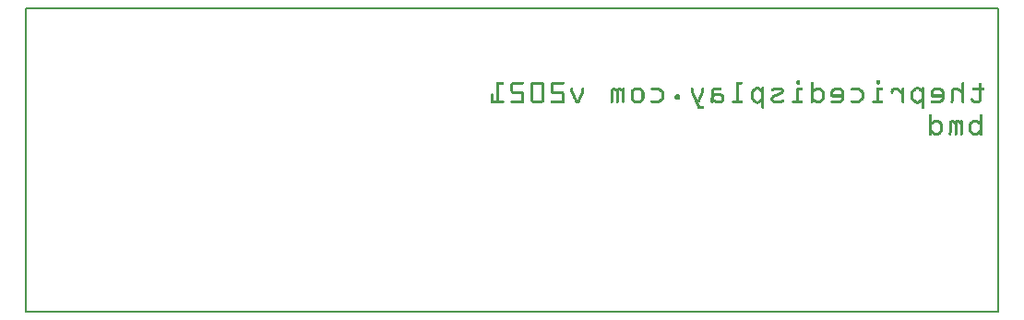
<source format=gbo>
G04 MADE WITH FRITZING*
G04 WWW.FRITZING.ORG*
G04 DOUBLE SIDED*
G04 HOLES PLATED*
G04 CONTOUR ON CENTER OF CONTOUR VECTOR*
%ASAXBY*%
%FSLAX23Y23*%
%MOIN*%
%OFA0B0*%
%SFA1.0B1.0*%
%ADD10R,3.523620X1.101940X3.507620X1.085940*%
%ADD11C,0.008000*%
%ADD12R,0.001000X0.001000*%
%LNSILK0*%
G90*
G70*
G54D11*
X4Y1098D02*
X3520Y1098D01*
X3520Y4D01*
X4Y4D01*
X4Y1098D01*
D02*
G54D12*
X2791Y837D02*
X2801Y837D01*
X3080Y837D02*
X3090Y837D01*
X2790Y836D02*
X2802Y836D01*
X3079Y836D02*
X3091Y836D01*
X2790Y835D02*
X2803Y835D01*
X3079Y835D02*
X3092Y835D01*
X2789Y834D02*
X2803Y834D01*
X3078Y834D02*
X3092Y834D01*
X1705Y833D02*
X1731Y833D01*
X1764Y833D02*
X1803Y833D01*
X1836Y833D02*
X1872Y833D01*
X1908Y833D02*
X1948Y833D01*
X2575Y833D02*
X2593Y833D01*
X2789Y833D02*
X2803Y833D01*
X2844Y833D02*
X2848Y833D01*
X3078Y833D02*
X3092Y833D01*
X3390Y833D02*
X3394Y833D01*
X1705Y832D02*
X1732Y832D01*
X1762Y832D02*
X1805Y832D01*
X1834Y832D02*
X1874Y832D01*
X1906Y832D02*
X1949Y832D01*
X2574Y832D02*
X2595Y832D01*
X2789Y832D02*
X2803Y832D01*
X2843Y832D02*
X2849Y832D01*
X3078Y832D02*
X3092Y832D01*
X3388Y832D02*
X3395Y832D01*
X1705Y831D02*
X1733Y831D01*
X1761Y831D02*
X1805Y831D01*
X1833Y831D02*
X1875Y831D01*
X1905Y831D02*
X1950Y831D01*
X2573Y831D02*
X2595Y831D01*
X2789Y831D02*
X2803Y831D01*
X2842Y831D02*
X2850Y831D01*
X3078Y831D02*
X3092Y831D01*
X3388Y831D02*
X3395Y831D01*
X1705Y830D02*
X1733Y830D01*
X1760Y830D02*
X1806Y830D01*
X1832Y830D02*
X1876Y830D01*
X1904Y830D02*
X1950Y830D01*
X2572Y830D02*
X2596Y830D01*
X2789Y830D02*
X2803Y830D01*
X2842Y830D02*
X2850Y830D01*
X3078Y830D02*
X3092Y830D01*
X3387Y830D02*
X3396Y830D01*
X1705Y829D02*
X1734Y829D01*
X1759Y829D02*
X1806Y829D01*
X1831Y829D02*
X1877Y829D01*
X1903Y829D02*
X1950Y829D01*
X2572Y829D02*
X2596Y829D01*
X2789Y829D02*
X2803Y829D01*
X2841Y829D02*
X2850Y829D01*
X3078Y829D02*
X3092Y829D01*
X3387Y829D02*
X3396Y829D01*
X3453Y829D02*
X3456Y829D01*
X1705Y828D02*
X1733Y828D01*
X1758Y828D02*
X1806Y828D01*
X1830Y828D02*
X1877Y828D01*
X1903Y828D02*
X1950Y828D01*
X2572Y828D02*
X2596Y828D01*
X2789Y828D02*
X2803Y828D01*
X2841Y828D02*
X2850Y828D01*
X3078Y828D02*
X3092Y828D01*
X3387Y828D02*
X3396Y828D01*
X3451Y828D02*
X3457Y828D01*
X1705Y827D02*
X1733Y827D01*
X1758Y827D02*
X1806Y827D01*
X1830Y827D02*
X1878Y827D01*
X1902Y827D02*
X1950Y827D01*
X2572Y827D02*
X2596Y827D01*
X2789Y827D02*
X2803Y827D01*
X2841Y827D02*
X2850Y827D01*
X3078Y827D02*
X3092Y827D01*
X3387Y827D02*
X3396Y827D01*
X3450Y827D02*
X3458Y827D01*
X1705Y826D02*
X1733Y826D01*
X1757Y826D02*
X1805Y826D01*
X1830Y826D02*
X1878Y826D01*
X1902Y826D02*
X1950Y826D01*
X2572Y826D02*
X2595Y826D01*
X2790Y826D02*
X2802Y826D01*
X2841Y826D02*
X2850Y826D01*
X3079Y826D02*
X3091Y826D01*
X3387Y826D02*
X3396Y826D01*
X3450Y826D02*
X3458Y826D01*
X1705Y825D02*
X1732Y825D01*
X1757Y825D02*
X1804Y825D01*
X1830Y825D02*
X1878Y825D01*
X1902Y825D02*
X1949Y825D01*
X2572Y825D02*
X2594Y825D01*
X2791Y825D02*
X2801Y825D01*
X2841Y825D02*
X2850Y825D01*
X3080Y825D02*
X3091Y825D01*
X3387Y825D02*
X3396Y825D01*
X3450Y825D02*
X3458Y825D01*
X1705Y824D02*
X1731Y824D01*
X1757Y824D02*
X1803Y824D01*
X1829Y824D02*
X1878Y824D01*
X1902Y824D02*
X1947Y824D01*
X2572Y824D02*
X2593Y824D01*
X2792Y824D02*
X2800Y824D01*
X2841Y824D02*
X2850Y824D01*
X3081Y824D02*
X3089Y824D01*
X3387Y824D02*
X3396Y824D01*
X3449Y824D02*
X3459Y824D01*
X1705Y823D02*
X1714Y823D01*
X1757Y823D02*
X1766Y823D01*
X1829Y823D02*
X1838Y823D01*
X1869Y823D02*
X1878Y823D01*
X1902Y823D02*
X1911Y823D01*
X2572Y823D02*
X2581Y823D01*
X2841Y823D02*
X2850Y823D01*
X3387Y823D02*
X3396Y823D01*
X3449Y823D02*
X3459Y823D01*
X1705Y822D02*
X1714Y822D01*
X1757Y822D02*
X1766Y822D01*
X1829Y822D02*
X1838Y822D01*
X1869Y822D02*
X1878Y822D01*
X1902Y822D02*
X1911Y822D01*
X2572Y822D02*
X2581Y822D01*
X2841Y822D02*
X2850Y822D01*
X3387Y822D02*
X3396Y822D01*
X3449Y822D02*
X3459Y822D01*
X1705Y821D02*
X1714Y821D01*
X1757Y821D02*
X1766Y821D01*
X1829Y821D02*
X1838Y821D01*
X1869Y821D02*
X1878Y821D01*
X1902Y821D02*
X1911Y821D01*
X2572Y821D02*
X2581Y821D01*
X2841Y821D02*
X2850Y821D01*
X3387Y821D02*
X3396Y821D01*
X3449Y821D02*
X3459Y821D01*
X1705Y820D02*
X1714Y820D01*
X1757Y820D02*
X1766Y820D01*
X1829Y820D02*
X1838Y820D01*
X1869Y820D02*
X1878Y820D01*
X1902Y820D02*
X1911Y820D01*
X2572Y820D02*
X2581Y820D01*
X2841Y820D02*
X2850Y820D01*
X3387Y820D02*
X3396Y820D01*
X3449Y820D02*
X3459Y820D01*
X1705Y819D02*
X1714Y819D01*
X1757Y819D02*
X1766Y819D01*
X1829Y819D02*
X1838Y819D01*
X1869Y819D02*
X1878Y819D01*
X1902Y819D02*
X1911Y819D01*
X2572Y819D02*
X2581Y819D01*
X2841Y819D02*
X2850Y819D01*
X3387Y819D02*
X3396Y819D01*
X3449Y819D02*
X3459Y819D01*
X1705Y818D02*
X1714Y818D01*
X1757Y818D02*
X1766Y818D01*
X1829Y818D02*
X1838Y818D01*
X1869Y818D02*
X1878Y818D01*
X1902Y818D02*
X1911Y818D01*
X2572Y818D02*
X2581Y818D01*
X2841Y818D02*
X2850Y818D01*
X3387Y818D02*
X3396Y818D01*
X3449Y818D02*
X3459Y818D01*
X1705Y817D02*
X1714Y817D01*
X1757Y817D02*
X1766Y817D01*
X1829Y817D02*
X1838Y817D01*
X1869Y817D02*
X1878Y817D01*
X1902Y817D02*
X1911Y817D01*
X2572Y817D02*
X2581Y817D01*
X2841Y817D02*
X2850Y817D01*
X3387Y817D02*
X3396Y817D01*
X3449Y817D02*
X3459Y817D01*
X1705Y816D02*
X1714Y816D01*
X1757Y816D02*
X1766Y816D01*
X1829Y816D02*
X1838Y816D01*
X1869Y816D02*
X1878Y816D01*
X1902Y816D02*
X1911Y816D01*
X2572Y816D02*
X2581Y816D01*
X2841Y816D02*
X2850Y816D01*
X3387Y816D02*
X3396Y816D01*
X3449Y816D02*
X3459Y816D01*
X1705Y815D02*
X1714Y815D01*
X1757Y815D02*
X1766Y815D01*
X1829Y815D02*
X1838Y815D01*
X1869Y815D02*
X1878Y815D01*
X1902Y815D02*
X1911Y815D01*
X2572Y815D02*
X2581Y815D01*
X2841Y815D02*
X2850Y815D01*
X3387Y815D02*
X3396Y815D01*
X3449Y815D02*
X3459Y815D01*
X1705Y814D02*
X1714Y814D01*
X1757Y814D02*
X1766Y814D01*
X1829Y814D02*
X1838Y814D01*
X1869Y814D02*
X1878Y814D01*
X1902Y814D02*
X1911Y814D01*
X2572Y814D02*
X2581Y814D01*
X2644Y814D02*
X2654Y814D01*
X2667Y814D02*
X2671Y814D01*
X2841Y814D02*
X2850Y814D01*
X3223Y814D02*
X3232Y814D01*
X3245Y814D02*
X3249Y814D01*
X3387Y814D02*
X3396Y814D01*
X3449Y814D02*
X3459Y814D01*
X1705Y813D02*
X1714Y813D01*
X1757Y813D02*
X1766Y813D01*
X1829Y813D02*
X1838Y813D01*
X1869Y813D02*
X1878Y813D01*
X1902Y813D02*
X1911Y813D01*
X2572Y813D02*
X2581Y813D01*
X2642Y813D02*
X2656Y813D01*
X2666Y813D02*
X2672Y813D01*
X2841Y813D02*
X2850Y813D01*
X3220Y813D02*
X3234Y813D01*
X3244Y813D02*
X3250Y813D01*
X3387Y813D02*
X3396Y813D01*
X3449Y813D02*
X3459Y813D01*
X1705Y812D02*
X1714Y812D01*
X1757Y812D02*
X1766Y812D01*
X1829Y812D02*
X1838Y812D01*
X1869Y812D02*
X1878Y812D01*
X1902Y812D02*
X1911Y812D01*
X1977Y812D02*
X1980Y812D01*
X2017Y812D02*
X2020Y812D01*
X2129Y812D02*
X2132Y812D01*
X2147Y812D02*
X2153Y812D01*
X2162Y812D02*
X2165Y812D01*
X2206Y812D02*
X2225Y812D01*
X2266Y812D02*
X2292Y812D01*
X2411Y812D02*
X2414Y812D01*
X2450Y812D02*
X2453Y812D01*
X2493Y812D02*
X2516Y812D01*
X2572Y812D02*
X2581Y812D01*
X2640Y812D02*
X2658Y812D01*
X2665Y812D02*
X2673Y812D01*
X2707Y812D02*
X2735Y812D01*
X2792Y812D02*
X2810Y812D01*
X2841Y812D02*
X2850Y812D01*
X2861Y812D02*
X2875Y812D01*
X2929Y812D02*
X2948Y812D01*
X2989Y812D02*
X3015Y812D01*
X3081Y812D02*
X3099Y812D01*
X3142Y812D02*
X3157Y812D01*
X3173Y812D02*
X3176Y812D01*
X3218Y812D02*
X3236Y812D01*
X3243Y812D02*
X3251Y812D01*
X3290Y812D02*
X3309Y812D01*
X3360Y812D02*
X3372Y812D01*
X3387Y812D02*
X3396Y812D01*
X3428Y812D02*
X3465Y812D01*
X1705Y811D02*
X1714Y811D01*
X1757Y811D02*
X1766Y811D01*
X1829Y811D02*
X1838Y811D01*
X1869Y811D02*
X1878Y811D01*
X1902Y811D02*
X1911Y811D01*
X1976Y811D02*
X1982Y811D01*
X2015Y811D02*
X2021Y811D01*
X2126Y811D02*
X2135Y811D01*
X2145Y811D02*
X2155Y811D01*
X2161Y811D02*
X2167Y811D01*
X2203Y811D02*
X2227Y811D01*
X2265Y811D02*
X2295Y811D01*
X2409Y811D02*
X2415Y811D01*
X2449Y811D02*
X2455Y811D01*
X2490Y811D02*
X2517Y811D01*
X2572Y811D02*
X2581Y811D01*
X2638Y811D02*
X2659Y811D01*
X2664Y811D02*
X2673Y811D01*
X2705Y811D02*
X2737Y811D01*
X2791Y811D02*
X2811Y811D01*
X2841Y811D02*
X2850Y811D01*
X2859Y811D02*
X2878Y811D01*
X2926Y811D02*
X2950Y811D01*
X2988Y811D02*
X3018Y811D01*
X3080Y811D02*
X3101Y811D01*
X3139Y811D02*
X3158Y811D01*
X3172Y811D02*
X3178Y811D01*
X3217Y811D02*
X3237Y811D01*
X3243Y811D02*
X3251Y811D01*
X3287Y811D02*
X3312Y811D01*
X3357Y811D02*
X3375Y811D01*
X3387Y811D02*
X3396Y811D01*
X3426Y811D02*
X3467Y811D01*
X1705Y810D02*
X1714Y810D01*
X1757Y810D02*
X1766Y810D01*
X1829Y810D02*
X1838Y810D01*
X1869Y810D02*
X1878Y810D01*
X1902Y810D02*
X1911Y810D01*
X1975Y810D02*
X1982Y810D01*
X2014Y810D02*
X2022Y810D01*
X2124Y810D02*
X2137Y810D01*
X2143Y810D02*
X2157Y810D01*
X2160Y810D02*
X2167Y810D01*
X2201Y810D02*
X2229Y810D01*
X2264Y810D02*
X2297Y810D01*
X2408Y810D02*
X2416Y810D01*
X2448Y810D02*
X2456Y810D01*
X2488Y810D02*
X2518Y810D01*
X2572Y810D02*
X2581Y810D01*
X2637Y810D02*
X2660Y810D01*
X2664Y810D02*
X2673Y810D01*
X2703Y810D02*
X2739Y810D01*
X2790Y810D02*
X2812Y810D01*
X2841Y810D02*
X2850Y810D01*
X2857Y810D02*
X2880Y810D01*
X2924Y810D02*
X2952Y810D01*
X2987Y810D02*
X3020Y810D01*
X3079Y810D02*
X3101Y810D01*
X3137Y810D02*
X3159Y810D01*
X3171Y810D02*
X3178Y810D01*
X3215Y810D02*
X3238Y810D01*
X3243Y810D02*
X3251Y810D01*
X3286Y810D02*
X3313Y810D01*
X3355Y810D02*
X3377Y810D01*
X3387Y810D02*
X3396Y810D01*
X3426Y810D02*
X3468Y810D01*
X1705Y809D02*
X1714Y809D01*
X1757Y809D02*
X1766Y809D01*
X1829Y809D02*
X1838Y809D01*
X1869Y809D02*
X1878Y809D01*
X1902Y809D02*
X1911Y809D01*
X1974Y809D02*
X1983Y809D01*
X2014Y809D02*
X2022Y809D01*
X2123Y809D02*
X2138Y809D01*
X2142Y809D02*
X2168Y809D01*
X2200Y809D02*
X2231Y809D01*
X2263Y809D02*
X2298Y809D01*
X2408Y809D02*
X2417Y809D01*
X2448Y809D02*
X2456Y809D01*
X2487Y809D02*
X2519Y809D01*
X2572Y809D02*
X2581Y809D01*
X2636Y809D02*
X2661Y809D01*
X2664Y809D02*
X2673Y809D01*
X2702Y809D02*
X2740Y809D01*
X2789Y809D02*
X2813Y809D01*
X2841Y809D02*
X2850Y809D01*
X2855Y809D02*
X2881Y809D01*
X2923Y809D02*
X2953Y809D01*
X2986Y809D02*
X3021Y809D01*
X3078Y809D02*
X3102Y809D01*
X3136Y809D02*
X3160Y809D01*
X3171Y809D02*
X3179Y809D01*
X3214Y809D02*
X3239Y809D01*
X3242Y809D02*
X3252Y809D01*
X3284Y809D02*
X3315Y809D01*
X3354Y809D02*
X3378Y809D01*
X3387Y809D02*
X3396Y809D01*
X3425Y809D02*
X3468Y809D01*
X1705Y808D02*
X1714Y808D01*
X1757Y808D02*
X1766Y808D01*
X1829Y808D02*
X1838Y808D01*
X1869Y808D02*
X1878Y808D01*
X1902Y808D02*
X1911Y808D01*
X1974Y808D02*
X1983Y808D01*
X2014Y808D02*
X2023Y808D01*
X2122Y808D02*
X2168Y808D01*
X2199Y808D02*
X2232Y808D01*
X2263Y808D02*
X2300Y808D01*
X2408Y808D02*
X2417Y808D01*
X2447Y808D02*
X2456Y808D01*
X2486Y808D02*
X2519Y808D01*
X2572Y808D02*
X2581Y808D01*
X2635Y808D02*
X2662Y808D01*
X2664Y808D02*
X2673Y808D01*
X2701Y808D02*
X2741Y808D01*
X2789Y808D02*
X2813Y808D01*
X2841Y808D02*
X2850Y808D01*
X2854Y808D02*
X2882Y808D01*
X2921Y808D02*
X2955Y808D01*
X2986Y808D02*
X3022Y808D01*
X3078Y808D02*
X3102Y808D01*
X3135Y808D02*
X3162Y808D01*
X3170Y808D02*
X3179Y808D01*
X3213Y808D02*
X3240Y808D01*
X3242Y808D02*
X3252Y808D01*
X3283Y808D02*
X3316Y808D01*
X3353Y808D02*
X3380Y808D01*
X3387Y808D02*
X3396Y808D01*
X3425Y808D02*
X3468Y808D01*
X1705Y807D02*
X1714Y807D01*
X1757Y807D02*
X1766Y807D01*
X1829Y807D02*
X1838Y807D01*
X1869Y807D02*
X1878Y807D01*
X1902Y807D02*
X1911Y807D01*
X1974Y807D02*
X1983Y807D01*
X2014Y807D02*
X2023Y807D01*
X2121Y807D02*
X2168Y807D01*
X2198Y807D02*
X2233Y807D01*
X2263Y807D02*
X2301Y807D01*
X2408Y807D02*
X2417Y807D01*
X2447Y807D02*
X2456Y807D01*
X2485Y807D02*
X2519Y807D01*
X2572Y807D02*
X2581Y807D01*
X2634Y807D02*
X2673Y807D01*
X2700Y807D02*
X2742Y807D01*
X2789Y807D02*
X2813Y807D01*
X2841Y807D02*
X2850Y807D01*
X2853Y807D02*
X2883Y807D01*
X2920Y807D02*
X2956Y807D01*
X2986Y807D02*
X3023Y807D01*
X3078Y807D02*
X3102Y807D01*
X3134Y807D02*
X3163Y807D01*
X3170Y807D02*
X3179Y807D01*
X3212Y807D02*
X3252Y807D01*
X3282Y807D02*
X3317Y807D01*
X3352Y807D02*
X3381Y807D01*
X3387Y807D02*
X3396Y807D01*
X3425Y807D02*
X3468Y807D01*
X1705Y806D02*
X1714Y806D01*
X1757Y806D02*
X1766Y806D01*
X1829Y806D02*
X1838Y806D01*
X1869Y806D02*
X1878Y806D01*
X1902Y806D02*
X1911Y806D01*
X1974Y806D02*
X1983Y806D01*
X2014Y806D02*
X2023Y806D01*
X2121Y806D02*
X2168Y806D01*
X2196Y806D02*
X2234Y806D01*
X2263Y806D02*
X2302Y806D01*
X2408Y806D02*
X2417Y806D01*
X2447Y806D02*
X2456Y806D01*
X2484Y806D02*
X2519Y806D01*
X2572Y806D02*
X2581Y806D01*
X2633Y806D02*
X2673Y806D01*
X2699Y806D02*
X2743Y806D01*
X2789Y806D02*
X2813Y806D01*
X2841Y806D02*
X2885Y806D01*
X2919Y806D02*
X2957Y806D01*
X2986Y806D02*
X3025Y806D01*
X3078Y806D02*
X3102Y806D01*
X3133Y806D02*
X3164Y806D01*
X3170Y806D02*
X3179Y806D01*
X3211Y806D02*
X3252Y806D01*
X3281Y806D02*
X3318Y806D01*
X3351Y806D02*
X3383Y806D01*
X3387Y806D02*
X3396Y806D01*
X3425Y806D02*
X3468Y806D01*
X1705Y805D02*
X1714Y805D01*
X1757Y805D02*
X1766Y805D01*
X1829Y805D02*
X1838Y805D01*
X1869Y805D02*
X1878Y805D01*
X1902Y805D02*
X1911Y805D01*
X1974Y805D02*
X1983Y805D01*
X2014Y805D02*
X2023Y805D01*
X2120Y805D02*
X2168Y805D01*
X2195Y805D02*
X2235Y805D01*
X2264Y805D02*
X2303Y805D01*
X2408Y805D02*
X2417Y805D01*
X2447Y805D02*
X2456Y805D01*
X2483Y805D02*
X2518Y805D01*
X2572Y805D02*
X2581Y805D01*
X2631Y805D02*
X2673Y805D01*
X2698Y805D02*
X2743Y805D01*
X2789Y805D02*
X2812Y805D01*
X2841Y805D02*
X2886Y805D01*
X2918Y805D02*
X2958Y805D01*
X2987Y805D02*
X3026Y805D01*
X3078Y805D02*
X3101Y805D01*
X3133Y805D02*
X3165Y805D01*
X3170Y805D02*
X3179Y805D01*
X3210Y805D02*
X3252Y805D01*
X3280Y805D02*
X3319Y805D01*
X3351Y805D02*
X3384Y805D01*
X3387Y805D02*
X3396Y805D01*
X3425Y805D02*
X3468Y805D01*
X1705Y804D02*
X1714Y804D01*
X1757Y804D02*
X1766Y804D01*
X1829Y804D02*
X1838Y804D01*
X1869Y804D02*
X1878Y804D01*
X1902Y804D02*
X1911Y804D01*
X1974Y804D02*
X1983Y804D01*
X2014Y804D02*
X2023Y804D01*
X2120Y804D02*
X2168Y804D01*
X2194Y804D02*
X2236Y804D01*
X2265Y804D02*
X2304Y804D01*
X2408Y804D02*
X2417Y804D01*
X2447Y804D02*
X2456Y804D01*
X2483Y804D02*
X2517Y804D01*
X2572Y804D02*
X2581Y804D01*
X2630Y804D02*
X2645Y804D01*
X2652Y804D02*
X2673Y804D01*
X2698Y804D02*
X2744Y804D01*
X2789Y804D02*
X2812Y804D01*
X2841Y804D02*
X2886Y804D01*
X2917Y804D02*
X2959Y804D01*
X2987Y804D02*
X3027Y804D01*
X3078Y804D02*
X3101Y804D01*
X3132Y804D02*
X3166Y804D01*
X3170Y804D02*
X3179Y804D01*
X3209Y804D02*
X3223Y804D01*
X3231Y804D02*
X3252Y804D01*
X3279Y804D02*
X3320Y804D01*
X3350Y804D02*
X3396Y804D01*
X3426Y804D02*
X3467Y804D01*
X1705Y803D02*
X1714Y803D01*
X1757Y803D02*
X1766Y803D01*
X1829Y803D02*
X1838Y803D01*
X1869Y803D02*
X1878Y803D01*
X1902Y803D02*
X1911Y803D01*
X1974Y803D02*
X1983Y803D01*
X2014Y803D02*
X2023Y803D01*
X2120Y803D02*
X2168Y803D01*
X2194Y803D02*
X2237Y803D01*
X2266Y803D02*
X2305Y803D01*
X2408Y803D02*
X2417Y803D01*
X2447Y803D02*
X2456Y803D01*
X2482Y803D02*
X2516Y803D01*
X2572Y803D02*
X2581Y803D01*
X2629Y803D02*
X2644Y803D01*
X2654Y803D02*
X2673Y803D01*
X2698Y803D02*
X2744Y803D01*
X2789Y803D02*
X2810Y803D01*
X2841Y803D02*
X2887Y803D01*
X2916Y803D02*
X2960Y803D01*
X2989Y803D02*
X3028Y803D01*
X3078Y803D02*
X3099Y803D01*
X3132Y803D02*
X3167Y803D01*
X3170Y803D02*
X3179Y803D01*
X3208Y803D02*
X3222Y803D01*
X3232Y803D02*
X3252Y803D01*
X3278Y803D02*
X3321Y803D01*
X3350Y803D02*
X3396Y803D01*
X3427Y803D02*
X3466Y803D01*
X1705Y802D02*
X1714Y802D01*
X1757Y802D02*
X1766Y802D01*
X1829Y802D02*
X1838Y802D01*
X1869Y802D02*
X1878Y802D01*
X1902Y802D02*
X1911Y802D01*
X1974Y802D02*
X1983Y802D01*
X2014Y802D02*
X2023Y802D01*
X2119Y802D02*
X2129Y802D01*
X2132Y802D02*
X2148Y802D01*
X2152Y802D02*
X2168Y802D01*
X2193Y802D02*
X2207Y802D01*
X2224Y802D02*
X2237Y802D01*
X2291Y802D02*
X2306Y802D01*
X2408Y802D02*
X2417Y802D01*
X2447Y802D02*
X2456Y802D01*
X2482Y802D02*
X2493Y802D01*
X2572Y802D02*
X2581Y802D01*
X2628Y802D02*
X2643Y802D01*
X2655Y802D02*
X2673Y802D01*
X2698Y802D02*
X2709Y802D01*
X2734Y802D02*
X2744Y802D01*
X2789Y802D02*
X2798Y802D01*
X2841Y802D02*
X2862Y802D01*
X2874Y802D02*
X2888Y802D01*
X2916Y802D02*
X2929Y802D01*
X2947Y802D02*
X2960Y802D01*
X3014Y802D02*
X3029Y802D01*
X3078Y802D02*
X3087Y802D01*
X3131Y802D02*
X3143Y802D01*
X3154Y802D02*
X3179Y802D01*
X3207Y802D02*
X3221Y802D01*
X3233Y802D02*
X3252Y802D01*
X3277Y802D02*
X3291Y802D01*
X3308Y802D02*
X3322Y802D01*
X3349Y802D02*
X3361Y802D01*
X3371Y802D02*
X3396Y802D01*
X3449Y802D02*
X3459Y802D01*
X1705Y801D02*
X1714Y801D01*
X1757Y801D02*
X1766Y801D01*
X1829Y801D02*
X1838Y801D01*
X1869Y801D02*
X1878Y801D01*
X1902Y801D02*
X1911Y801D01*
X1974Y801D02*
X1983Y801D01*
X2014Y801D02*
X2023Y801D01*
X2119Y801D02*
X2129Y801D01*
X2133Y801D02*
X2148Y801D01*
X2153Y801D02*
X2168Y801D01*
X2192Y801D02*
X2205Y801D01*
X2225Y801D02*
X2238Y801D01*
X2293Y801D02*
X2307Y801D01*
X2408Y801D02*
X2417Y801D01*
X2447Y801D02*
X2456Y801D01*
X2482Y801D02*
X2492Y801D01*
X2572Y801D02*
X2581Y801D01*
X2628Y801D02*
X2641Y801D01*
X2656Y801D02*
X2673Y801D01*
X2698Y801D02*
X2707Y801D01*
X2735Y801D02*
X2744Y801D01*
X2789Y801D02*
X2798Y801D01*
X2841Y801D02*
X2861Y801D01*
X2876Y801D02*
X2889Y801D01*
X2915Y801D02*
X2928Y801D01*
X2948Y801D02*
X2961Y801D01*
X3016Y801D02*
X3030Y801D01*
X3078Y801D02*
X3087Y801D01*
X3131Y801D02*
X3141Y801D01*
X3155Y801D02*
X3179Y801D01*
X3206Y801D02*
X3220Y801D01*
X3234Y801D02*
X3252Y801D01*
X3277Y801D02*
X3289Y801D01*
X3310Y801D02*
X3322Y801D01*
X3349Y801D02*
X3359Y801D01*
X3373Y801D02*
X3396Y801D01*
X3449Y801D02*
X3459Y801D01*
X1705Y800D02*
X1714Y800D01*
X1757Y800D02*
X1766Y800D01*
X1829Y800D02*
X1838Y800D01*
X1869Y800D02*
X1878Y800D01*
X1902Y800D02*
X1911Y800D01*
X1974Y800D02*
X1983Y800D01*
X2014Y800D02*
X2023Y800D01*
X2119Y800D02*
X2128Y800D01*
X2134Y800D02*
X2148Y800D01*
X2154Y800D02*
X2168Y800D01*
X2192Y800D02*
X2203Y800D01*
X2227Y800D02*
X2238Y800D01*
X2294Y800D02*
X2308Y800D01*
X2408Y800D02*
X2417Y800D01*
X2447Y800D02*
X2456Y800D01*
X2481Y800D02*
X2491Y800D01*
X2572Y800D02*
X2581Y800D01*
X2627Y800D02*
X2640Y800D01*
X2657Y800D02*
X2673Y800D01*
X2699Y800D02*
X2706Y800D01*
X2735Y800D02*
X2744Y800D01*
X2789Y800D02*
X2798Y800D01*
X2841Y800D02*
X2859Y800D01*
X2877Y800D02*
X2889Y800D01*
X2915Y800D02*
X2926Y800D01*
X2950Y800D02*
X2961Y800D01*
X3017Y800D02*
X3031Y800D01*
X3078Y800D02*
X3087Y800D01*
X3131Y800D02*
X3140Y800D01*
X3156Y800D02*
X3179Y800D01*
X3205Y800D02*
X3218Y800D01*
X3235Y800D02*
X3252Y800D01*
X3276Y800D02*
X3288Y800D01*
X3311Y800D02*
X3323Y800D01*
X3349Y800D02*
X3359Y800D01*
X3374Y800D02*
X3396Y800D01*
X3449Y800D02*
X3459Y800D01*
X1705Y799D02*
X1714Y799D01*
X1757Y799D02*
X1799Y799D01*
X1829Y799D02*
X1838Y799D01*
X1869Y799D02*
X1878Y799D01*
X1902Y799D02*
X1944Y799D01*
X1974Y799D02*
X1984Y799D01*
X2013Y799D02*
X2023Y799D01*
X2119Y799D02*
X2128Y799D01*
X2136Y799D02*
X2148Y799D01*
X2155Y799D02*
X2168Y799D01*
X2192Y799D02*
X2202Y799D01*
X2228Y799D02*
X2239Y799D01*
X2295Y799D02*
X2309Y799D01*
X2408Y799D02*
X2417Y799D01*
X2447Y799D02*
X2456Y799D01*
X2481Y799D02*
X2491Y799D01*
X2572Y799D02*
X2581Y799D01*
X2626Y799D02*
X2639Y799D01*
X2658Y799D02*
X2673Y799D01*
X2700Y799D02*
X2704Y799D01*
X2735Y799D02*
X2744Y799D01*
X2789Y799D02*
X2798Y799D01*
X2841Y799D02*
X2858Y799D01*
X2878Y799D02*
X2890Y799D01*
X2914Y799D02*
X2925Y799D01*
X2951Y799D02*
X2962Y799D01*
X3018Y799D02*
X3032Y799D01*
X3078Y799D02*
X3087Y799D01*
X3131Y799D02*
X3140Y799D01*
X3158Y799D02*
X3179Y799D01*
X3205Y799D02*
X3217Y799D01*
X3236Y799D02*
X3252Y799D01*
X3276Y799D02*
X3287Y799D01*
X3312Y799D02*
X3323Y799D01*
X3349Y799D02*
X3358Y799D01*
X3376Y799D02*
X3396Y799D01*
X3449Y799D02*
X3459Y799D01*
X1705Y798D02*
X1714Y798D01*
X1757Y798D02*
X1801Y798D01*
X1829Y798D02*
X1838Y798D01*
X1869Y798D02*
X1878Y798D01*
X1902Y798D02*
X1946Y798D01*
X1974Y798D02*
X1984Y798D01*
X2013Y798D02*
X2023Y798D01*
X2119Y798D02*
X2128Y798D01*
X2137Y798D02*
X2148Y798D01*
X2157Y798D02*
X2168Y798D01*
X2191Y798D02*
X2201Y798D01*
X2229Y798D02*
X2239Y798D01*
X2296Y798D02*
X2310Y798D01*
X2408Y798D02*
X2418Y798D01*
X2446Y798D02*
X2456Y798D01*
X2481Y798D02*
X2491Y798D01*
X2572Y798D02*
X2581Y798D01*
X2626Y798D02*
X2638Y798D01*
X2659Y798D02*
X2673Y798D01*
X2735Y798D02*
X2744Y798D01*
X2789Y798D02*
X2798Y798D01*
X2841Y798D02*
X2857Y798D01*
X2879Y798D02*
X2890Y798D01*
X2914Y798D02*
X2924Y798D01*
X2952Y798D02*
X2962Y798D01*
X3019Y798D02*
X3032Y798D01*
X3078Y798D02*
X3087Y798D01*
X3131Y798D02*
X3140Y798D01*
X3159Y798D02*
X3179Y798D01*
X3204Y798D02*
X3216Y798D01*
X3237Y798D02*
X3252Y798D01*
X3276Y798D02*
X3286Y798D01*
X3313Y798D02*
X3323Y798D01*
X3349Y798D02*
X3358Y798D01*
X3378Y798D02*
X3396Y798D01*
X3449Y798D02*
X3459Y798D01*
X1705Y797D02*
X1714Y797D01*
X1758Y797D02*
X1803Y797D01*
X1829Y797D02*
X1838Y797D01*
X1869Y797D02*
X1878Y797D01*
X1902Y797D02*
X1947Y797D01*
X1974Y797D02*
X1984Y797D01*
X2012Y797D02*
X2022Y797D01*
X2119Y797D02*
X2128Y797D01*
X2138Y797D02*
X2148Y797D01*
X2158Y797D02*
X2168Y797D01*
X2191Y797D02*
X2201Y797D01*
X2230Y797D02*
X2239Y797D01*
X2297Y797D02*
X2310Y797D01*
X2408Y797D02*
X2418Y797D01*
X2446Y797D02*
X2456Y797D01*
X2481Y797D02*
X2490Y797D01*
X2572Y797D02*
X2581Y797D01*
X2625Y797D02*
X2637Y797D01*
X2660Y797D02*
X2673Y797D01*
X2734Y797D02*
X2744Y797D01*
X2789Y797D02*
X2798Y797D01*
X2841Y797D02*
X2856Y797D01*
X2880Y797D02*
X2890Y797D01*
X2914Y797D02*
X2924Y797D01*
X2952Y797D02*
X2962Y797D01*
X3020Y797D02*
X3033Y797D01*
X3078Y797D02*
X3087Y797D01*
X3130Y797D02*
X3140Y797D01*
X3160Y797D02*
X3179Y797D01*
X3204Y797D02*
X3215Y797D01*
X3238Y797D02*
X3252Y797D01*
X3275Y797D02*
X3285Y797D01*
X3314Y797D02*
X3324Y797D01*
X3349Y797D02*
X3358Y797D01*
X3379Y797D02*
X3396Y797D01*
X3449Y797D02*
X3459Y797D01*
X1705Y796D02*
X1714Y796D01*
X1758Y796D02*
X1804Y796D01*
X1829Y796D02*
X1838Y796D01*
X1869Y796D02*
X1878Y796D01*
X1902Y796D02*
X1948Y796D01*
X1975Y796D02*
X1985Y796D01*
X2012Y796D02*
X2022Y796D01*
X2119Y796D02*
X2128Y796D01*
X2138Y796D02*
X2148Y796D01*
X2159Y796D02*
X2168Y796D01*
X2191Y796D02*
X2200Y796D01*
X2230Y796D02*
X2239Y796D01*
X2299Y796D02*
X2311Y796D01*
X2409Y796D02*
X2419Y796D01*
X2446Y796D02*
X2456Y796D01*
X2481Y796D02*
X2490Y796D01*
X2572Y796D02*
X2581Y796D01*
X2625Y796D02*
X2636Y796D01*
X2661Y796D02*
X2673Y796D01*
X2731Y796D02*
X2744Y796D01*
X2789Y796D02*
X2798Y796D01*
X2841Y796D02*
X2855Y796D01*
X2881Y796D02*
X2890Y796D01*
X2914Y796D02*
X2923Y796D01*
X2953Y796D02*
X2962Y796D01*
X3021Y796D02*
X3034Y796D01*
X3078Y796D02*
X3087Y796D01*
X3130Y796D02*
X3140Y796D01*
X3161Y796D02*
X3179Y796D01*
X3203Y796D02*
X3214Y796D01*
X3239Y796D02*
X3252Y796D01*
X3275Y796D02*
X3284Y796D01*
X3314Y796D02*
X3324Y796D01*
X3349Y796D02*
X3358Y796D01*
X3381Y796D02*
X3396Y796D01*
X3449Y796D02*
X3459Y796D01*
X1705Y795D02*
X1714Y795D01*
X1758Y795D02*
X1804Y795D01*
X1829Y795D02*
X1838Y795D01*
X1869Y795D02*
X1878Y795D01*
X1903Y795D02*
X1949Y795D01*
X1975Y795D02*
X1985Y795D01*
X2011Y795D02*
X2022Y795D01*
X2119Y795D02*
X2128Y795D01*
X2138Y795D02*
X2148Y795D01*
X2159Y795D02*
X2168Y795D01*
X2191Y795D02*
X2200Y795D01*
X2230Y795D02*
X2240Y795D01*
X2300Y795D02*
X2311Y795D01*
X2409Y795D02*
X2419Y795D01*
X2445Y795D02*
X2455Y795D01*
X2481Y795D02*
X2490Y795D01*
X2572Y795D02*
X2581Y795D01*
X2625Y795D02*
X2635Y795D01*
X2662Y795D02*
X2673Y795D01*
X2729Y795D02*
X2743Y795D01*
X2789Y795D02*
X2798Y795D01*
X2841Y795D02*
X2854Y795D01*
X2881Y795D02*
X2890Y795D01*
X2914Y795D02*
X2923Y795D01*
X2953Y795D02*
X2962Y795D01*
X3023Y795D02*
X3034Y795D01*
X3078Y795D02*
X3087Y795D01*
X3131Y795D02*
X3140Y795D01*
X3162Y795D02*
X3179Y795D01*
X3203Y795D02*
X3213Y795D01*
X3240Y795D02*
X3252Y795D01*
X3275Y795D02*
X3284Y795D01*
X3315Y795D02*
X3324Y795D01*
X3349Y795D02*
X3358Y795D01*
X3382Y795D02*
X3396Y795D01*
X3449Y795D02*
X3459Y795D01*
X1705Y794D02*
X1714Y794D01*
X1759Y794D02*
X1805Y794D01*
X1829Y794D02*
X1838Y794D01*
X1869Y794D02*
X1878Y794D01*
X1904Y794D02*
X1949Y794D01*
X1976Y794D02*
X1986Y794D01*
X2011Y794D02*
X2021Y794D01*
X2119Y794D02*
X2128Y794D01*
X2138Y794D02*
X2148Y794D01*
X2159Y794D02*
X2168Y794D01*
X2191Y794D02*
X2200Y794D01*
X2230Y794D02*
X2240Y794D01*
X2301Y794D02*
X2311Y794D01*
X2409Y794D02*
X2419Y794D01*
X2445Y794D02*
X2455Y794D01*
X2481Y794D02*
X2490Y794D01*
X2572Y794D02*
X2581Y794D01*
X2625Y794D02*
X2634Y794D01*
X2663Y794D02*
X2673Y794D01*
X2727Y794D02*
X2743Y794D01*
X2789Y794D02*
X2798Y794D01*
X2841Y794D02*
X2853Y794D01*
X2881Y794D02*
X2890Y794D01*
X2914Y794D02*
X2923Y794D01*
X2953Y794D02*
X2962Y794D01*
X3024Y794D02*
X3034Y794D01*
X3078Y794D02*
X3087Y794D01*
X3131Y794D02*
X3139Y794D01*
X3163Y794D02*
X3179Y794D01*
X3203Y794D02*
X3212Y794D01*
X3241Y794D02*
X3252Y794D01*
X3275Y794D02*
X3284Y794D01*
X3315Y794D02*
X3324Y794D01*
X3349Y794D02*
X3358Y794D01*
X3384Y794D02*
X3396Y794D01*
X3449Y794D02*
X3459Y794D01*
X1705Y793D02*
X1714Y793D01*
X1760Y793D02*
X1805Y793D01*
X1829Y793D02*
X1838Y793D01*
X1869Y793D02*
X1878Y793D01*
X1904Y793D02*
X1950Y793D01*
X1976Y793D02*
X1986Y793D01*
X2011Y793D02*
X2021Y793D01*
X2119Y793D02*
X2128Y793D01*
X2138Y793D02*
X2148Y793D01*
X2159Y793D02*
X2168Y793D01*
X2191Y793D02*
X2200Y793D01*
X2230Y793D02*
X2240Y793D01*
X2302Y793D02*
X2312Y793D01*
X2410Y793D02*
X2420Y793D01*
X2444Y793D02*
X2454Y793D01*
X2481Y793D02*
X2490Y793D01*
X2572Y793D02*
X2581Y793D01*
X2625Y793D02*
X2634Y793D01*
X2664Y793D02*
X2673Y793D01*
X2724Y793D02*
X2742Y793D01*
X2789Y793D02*
X2798Y793D01*
X2841Y793D02*
X2852Y793D01*
X2881Y793D02*
X2890Y793D01*
X2914Y793D02*
X2923Y793D01*
X2953Y793D02*
X2962Y793D01*
X3025Y793D02*
X3034Y793D01*
X3078Y793D02*
X3087Y793D01*
X3131Y793D02*
X3139Y793D01*
X3165Y793D02*
X3179Y793D01*
X3203Y793D02*
X3212Y793D01*
X3242Y793D02*
X3252Y793D01*
X3275Y793D02*
X3284Y793D01*
X3315Y793D02*
X3324Y793D01*
X3348Y793D02*
X3358Y793D01*
X3385Y793D02*
X3396Y793D01*
X3449Y793D02*
X3459Y793D01*
X1705Y792D02*
X1714Y792D01*
X1761Y792D02*
X1806Y792D01*
X1829Y792D02*
X1838Y792D01*
X1869Y792D02*
X1878Y792D01*
X1906Y792D02*
X1950Y792D01*
X1977Y792D02*
X1987Y792D01*
X2010Y792D02*
X2020Y792D01*
X2119Y792D02*
X2128Y792D01*
X2138Y792D02*
X2148Y792D01*
X2159Y792D02*
X2168Y792D01*
X2191Y792D02*
X2200Y792D01*
X2230Y792D02*
X2240Y792D01*
X2302Y792D02*
X2312Y792D01*
X2410Y792D02*
X2420Y792D01*
X2444Y792D02*
X2454Y792D01*
X2481Y792D02*
X2490Y792D01*
X2572Y792D02*
X2581Y792D01*
X2625Y792D02*
X2634Y792D01*
X2664Y792D02*
X2673Y792D01*
X2722Y792D02*
X2742Y792D01*
X2789Y792D02*
X2798Y792D01*
X2841Y792D02*
X2851Y792D01*
X2881Y792D02*
X2890Y792D01*
X2914Y792D02*
X2923Y792D01*
X2953Y792D02*
X2962Y792D01*
X3025Y792D02*
X3035Y792D01*
X3078Y792D02*
X3087Y792D01*
X3131Y792D02*
X3139Y792D01*
X3166Y792D02*
X3179Y792D01*
X3203Y792D02*
X3212Y792D01*
X3242Y792D02*
X3252Y792D01*
X3275Y792D02*
X3284Y792D01*
X3315Y792D02*
X3324Y792D01*
X3348Y792D02*
X3358Y792D01*
X3387Y792D02*
X3396Y792D01*
X3449Y792D02*
X3459Y792D01*
X1688Y791D02*
X1690Y791D01*
X1705Y791D02*
X1714Y791D01*
X1762Y791D02*
X1806Y791D01*
X1829Y791D02*
X1838Y791D01*
X1869Y791D02*
X1878Y791D01*
X1907Y791D02*
X1950Y791D01*
X1977Y791D02*
X1987Y791D01*
X2010Y791D02*
X2020Y791D01*
X2119Y791D02*
X2128Y791D01*
X2138Y791D02*
X2148Y791D01*
X2159Y791D02*
X2168Y791D01*
X2191Y791D02*
X2200Y791D01*
X2230Y791D02*
X2240Y791D01*
X2303Y791D02*
X2312Y791D01*
X2411Y791D02*
X2421Y791D01*
X2443Y791D02*
X2453Y791D01*
X2481Y791D02*
X2490Y791D01*
X2493Y791D02*
X2517Y791D01*
X2572Y791D02*
X2581Y791D01*
X2625Y791D02*
X2634Y791D01*
X2664Y791D02*
X2673Y791D01*
X2720Y791D02*
X2741Y791D01*
X2789Y791D02*
X2798Y791D01*
X2841Y791D02*
X2851Y791D01*
X2881Y791D02*
X2890Y791D01*
X2914Y791D02*
X2923Y791D01*
X2953Y791D02*
X2962Y791D01*
X3026Y791D02*
X3035Y791D01*
X3078Y791D02*
X3087Y791D01*
X3132Y791D02*
X3138Y791D01*
X3167Y791D02*
X3179Y791D01*
X3203Y791D02*
X3212Y791D01*
X3242Y791D02*
X3252Y791D01*
X3275Y791D02*
X3284Y791D01*
X3315Y791D02*
X3324Y791D01*
X3348Y791D02*
X3358Y791D01*
X3387Y791D02*
X3396Y791D01*
X3449Y791D02*
X3459Y791D01*
X1687Y790D02*
X1692Y790D01*
X1705Y790D02*
X1714Y790D01*
X1765Y790D02*
X1806Y790D01*
X1829Y790D02*
X1838Y790D01*
X1869Y790D02*
X1878Y790D01*
X1909Y790D02*
X1950Y790D01*
X1977Y790D02*
X1987Y790D01*
X2009Y790D02*
X2019Y790D01*
X2119Y790D02*
X2128Y790D01*
X2138Y790D02*
X2148Y790D01*
X2159Y790D02*
X2168Y790D01*
X2191Y790D02*
X2200Y790D01*
X2230Y790D02*
X2240Y790D01*
X2303Y790D02*
X2312Y790D01*
X2411Y790D02*
X2421Y790D01*
X2443Y790D02*
X2453Y790D01*
X2481Y790D02*
X2520Y790D01*
X2572Y790D02*
X2581Y790D01*
X2625Y790D02*
X2634Y790D01*
X2664Y790D02*
X2673Y790D01*
X2717Y790D02*
X2740Y790D01*
X2789Y790D02*
X2798Y790D01*
X2841Y790D02*
X2850Y790D01*
X2881Y790D02*
X2890Y790D01*
X2914Y790D02*
X2923Y790D01*
X2953Y790D02*
X2962Y790D01*
X3026Y790D02*
X3035Y790D01*
X3078Y790D02*
X3087Y790D01*
X3134Y790D02*
X3136Y790D01*
X3168Y790D02*
X3179Y790D01*
X3203Y790D02*
X3212Y790D01*
X3242Y790D02*
X3252Y790D01*
X3275Y790D02*
X3284Y790D01*
X3315Y790D02*
X3324Y790D01*
X3348Y790D02*
X3357Y790D01*
X3387Y790D02*
X3396Y790D01*
X3449Y790D02*
X3459Y790D01*
X1686Y789D02*
X1693Y789D01*
X1705Y789D02*
X1714Y789D01*
X1797Y789D02*
X1806Y789D01*
X1829Y789D02*
X1838Y789D01*
X1869Y789D02*
X1878Y789D01*
X1941Y789D02*
X1950Y789D01*
X1978Y789D02*
X1988Y789D01*
X2009Y789D02*
X2019Y789D01*
X2119Y789D02*
X2128Y789D01*
X2138Y789D02*
X2148Y789D01*
X2159Y789D02*
X2168Y789D01*
X2191Y789D02*
X2200Y789D01*
X2230Y789D02*
X2240Y789D01*
X2303Y789D02*
X2312Y789D01*
X2412Y789D02*
X2422Y789D01*
X2443Y789D02*
X2453Y789D01*
X2481Y789D02*
X2522Y789D01*
X2572Y789D02*
X2581Y789D01*
X2625Y789D02*
X2634Y789D01*
X2664Y789D02*
X2673Y789D01*
X2715Y789D02*
X2739Y789D01*
X2789Y789D02*
X2798Y789D01*
X2841Y789D02*
X2850Y789D01*
X2881Y789D02*
X2890Y789D01*
X2914Y789D02*
X2923Y789D01*
X2953Y789D02*
X2962Y789D01*
X3026Y789D02*
X3035Y789D01*
X3078Y789D02*
X3087Y789D01*
X3169Y789D02*
X3179Y789D01*
X3203Y789D02*
X3212Y789D01*
X3242Y789D02*
X3252Y789D01*
X3275Y789D02*
X3284Y789D01*
X3315Y789D02*
X3324Y789D01*
X3348Y789D02*
X3357Y789D01*
X3387Y789D02*
X3396Y789D01*
X3449Y789D02*
X3459Y789D01*
X1685Y788D02*
X1694Y788D01*
X1705Y788D02*
X1714Y788D01*
X1797Y788D02*
X1806Y788D01*
X1829Y788D02*
X1838Y788D01*
X1869Y788D02*
X1878Y788D01*
X1941Y788D02*
X1950Y788D01*
X1978Y788D02*
X1988Y788D01*
X2008Y788D02*
X2018Y788D01*
X2119Y788D02*
X2128Y788D01*
X2138Y788D02*
X2148Y788D01*
X2159Y788D02*
X2168Y788D01*
X2191Y788D02*
X2200Y788D01*
X2230Y788D02*
X2240Y788D01*
X2303Y788D02*
X2312Y788D01*
X2412Y788D02*
X2422Y788D01*
X2442Y788D02*
X2452Y788D01*
X2481Y788D02*
X2523Y788D01*
X2572Y788D02*
X2581Y788D01*
X2625Y788D02*
X2634Y788D01*
X2664Y788D02*
X2673Y788D01*
X2713Y788D02*
X2737Y788D01*
X2789Y788D02*
X2798Y788D01*
X2841Y788D02*
X2850Y788D01*
X2881Y788D02*
X2890Y788D01*
X2914Y788D02*
X2923Y788D01*
X2953Y788D02*
X2962Y788D01*
X3026Y788D02*
X3035Y788D01*
X3078Y788D02*
X3087Y788D01*
X3170Y788D02*
X3179Y788D01*
X3203Y788D02*
X3212Y788D01*
X3242Y788D02*
X3252Y788D01*
X3275Y788D02*
X3284Y788D01*
X3315Y788D02*
X3324Y788D01*
X3348Y788D02*
X3357Y788D01*
X3387Y788D02*
X3396Y788D01*
X3449Y788D02*
X3459Y788D01*
X1685Y787D02*
X1694Y787D01*
X1705Y787D02*
X1714Y787D01*
X1797Y787D02*
X1806Y787D01*
X1829Y787D02*
X1838Y787D01*
X1869Y787D02*
X1878Y787D01*
X1941Y787D02*
X1950Y787D01*
X1979Y787D02*
X1989Y787D01*
X2008Y787D02*
X2018Y787D01*
X2119Y787D02*
X2128Y787D01*
X2138Y787D02*
X2148Y787D01*
X2159Y787D02*
X2168Y787D01*
X2191Y787D02*
X2200Y787D01*
X2230Y787D02*
X2240Y787D01*
X2303Y787D02*
X2312Y787D01*
X2356Y787D02*
X2364Y787D01*
X2412Y787D02*
X2423Y787D01*
X2442Y787D02*
X2452Y787D01*
X2481Y787D02*
X2524Y787D01*
X2572Y787D02*
X2581Y787D01*
X2625Y787D02*
X2634Y787D01*
X2664Y787D02*
X2673Y787D01*
X2710Y787D02*
X2735Y787D01*
X2789Y787D02*
X2798Y787D01*
X2841Y787D02*
X2850Y787D01*
X2881Y787D02*
X2890Y787D01*
X2914Y787D02*
X2962Y787D01*
X3026Y787D02*
X3035Y787D01*
X3078Y787D02*
X3087Y787D01*
X3170Y787D02*
X3179Y787D01*
X3203Y787D02*
X3212Y787D01*
X3242Y787D02*
X3252Y787D01*
X3275Y787D02*
X3324Y787D01*
X3348Y787D02*
X3357Y787D01*
X3387Y787D02*
X3396Y787D01*
X3449Y787D02*
X3459Y787D01*
X1685Y786D02*
X1694Y786D01*
X1705Y786D02*
X1714Y786D01*
X1797Y786D02*
X1806Y786D01*
X1829Y786D02*
X1838Y786D01*
X1869Y786D02*
X1878Y786D01*
X1941Y786D02*
X1950Y786D01*
X1979Y786D02*
X1989Y786D01*
X2008Y786D02*
X2018Y786D01*
X2119Y786D02*
X2128Y786D01*
X2138Y786D02*
X2148Y786D01*
X2159Y786D02*
X2168Y786D01*
X2191Y786D02*
X2200Y786D01*
X2230Y786D02*
X2240Y786D01*
X2303Y786D02*
X2312Y786D01*
X2352Y786D02*
X2367Y786D01*
X2413Y786D02*
X2423Y786D01*
X2441Y786D02*
X2451Y786D01*
X2481Y786D02*
X2525Y786D01*
X2572Y786D02*
X2581Y786D01*
X2625Y786D02*
X2634Y786D01*
X2664Y786D02*
X2673Y786D01*
X2708Y786D02*
X2732Y786D01*
X2789Y786D02*
X2798Y786D01*
X2841Y786D02*
X2850Y786D01*
X2881Y786D02*
X2890Y786D01*
X2914Y786D02*
X2962Y786D01*
X3026Y786D02*
X3035Y786D01*
X3078Y786D02*
X3087Y786D01*
X3170Y786D02*
X3179Y786D01*
X3203Y786D02*
X3212Y786D01*
X3242Y786D02*
X3252Y786D01*
X3275Y786D02*
X3324Y786D01*
X3348Y786D02*
X3357Y786D01*
X3387Y786D02*
X3396Y786D01*
X3449Y786D02*
X3459Y786D01*
X1685Y785D02*
X1694Y785D01*
X1705Y785D02*
X1714Y785D01*
X1797Y785D02*
X1806Y785D01*
X1829Y785D02*
X1838Y785D01*
X1869Y785D02*
X1878Y785D01*
X1941Y785D02*
X1950Y785D01*
X1980Y785D02*
X1990Y785D01*
X2007Y785D02*
X2017Y785D01*
X2119Y785D02*
X2128Y785D01*
X2138Y785D02*
X2148Y785D01*
X2159Y785D02*
X2168Y785D01*
X2191Y785D02*
X2200Y785D01*
X2230Y785D02*
X2240Y785D01*
X2303Y785D02*
X2312Y785D01*
X2351Y785D02*
X2368Y785D01*
X2413Y785D02*
X2423Y785D01*
X2441Y785D02*
X2451Y785D01*
X2481Y785D02*
X2526Y785D01*
X2572Y785D02*
X2581Y785D01*
X2625Y785D02*
X2634Y785D01*
X2664Y785D02*
X2673Y785D01*
X2706Y785D02*
X2730Y785D01*
X2789Y785D02*
X2798Y785D01*
X2841Y785D02*
X2850Y785D01*
X2881Y785D02*
X2890Y785D01*
X2914Y785D02*
X2962Y785D01*
X3026Y785D02*
X3035Y785D01*
X3078Y785D02*
X3087Y785D01*
X3170Y785D02*
X3179Y785D01*
X3203Y785D02*
X3212Y785D01*
X3242Y785D02*
X3252Y785D01*
X3275Y785D02*
X3324Y785D01*
X3348Y785D02*
X3357Y785D01*
X3387Y785D02*
X3396Y785D01*
X3449Y785D02*
X3459Y785D01*
X1685Y784D02*
X1694Y784D01*
X1705Y784D02*
X1714Y784D01*
X1797Y784D02*
X1806Y784D01*
X1829Y784D02*
X1838Y784D01*
X1869Y784D02*
X1878Y784D01*
X1941Y784D02*
X1950Y784D01*
X1980Y784D02*
X1990Y784D01*
X2007Y784D02*
X2017Y784D01*
X2119Y784D02*
X2128Y784D01*
X2138Y784D02*
X2148Y784D01*
X2159Y784D02*
X2168Y784D01*
X2191Y784D02*
X2200Y784D01*
X2230Y784D02*
X2240Y784D01*
X2303Y784D02*
X2312Y784D01*
X2351Y784D02*
X2369Y784D01*
X2414Y784D02*
X2424Y784D01*
X2440Y784D02*
X2450Y784D01*
X2481Y784D02*
X2527Y784D01*
X2572Y784D02*
X2581Y784D01*
X2625Y784D02*
X2634Y784D01*
X2664Y784D02*
X2673Y784D01*
X2704Y784D02*
X2728Y784D01*
X2789Y784D02*
X2798Y784D01*
X2841Y784D02*
X2850Y784D01*
X2881Y784D02*
X2890Y784D01*
X2914Y784D02*
X2962Y784D01*
X3026Y784D02*
X3035Y784D01*
X3078Y784D02*
X3087Y784D01*
X3170Y784D02*
X3179Y784D01*
X3203Y784D02*
X3212Y784D01*
X3242Y784D02*
X3252Y784D01*
X3275Y784D02*
X3324Y784D01*
X3348Y784D02*
X3357Y784D01*
X3387Y784D02*
X3396Y784D01*
X3449Y784D02*
X3459Y784D01*
X1685Y783D02*
X1694Y783D01*
X1705Y783D02*
X1714Y783D01*
X1797Y783D02*
X1806Y783D01*
X1829Y783D02*
X1838Y783D01*
X1869Y783D02*
X1878Y783D01*
X1941Y783D02*
X1950Y783D01*
X1981Y783D02*
X1991Y783D01*
X2006Y783D02*
X2016Y783D01*
X2119Y783D02*
X2128Y783D01*
X2138Y783D02*
X2148Y783D01*
X2159Y783D02*
X2168Y783D01*
X2191Y783D02*
X2200Y783D01*
X2230Y783D02*
X2240Y783D01*
X2303Y783D02*
X2312Y783D01*
X2350Y783D02*
X2369Y783D01*
X2414Y783D02*
X2424Y783D01*
X2440Y783D02*
X2450Y783D01*
X2481Y783D02*
X2527Y783D01*
X2572Y783D02*
X2581Y783D01*
X2625Y783D02*
X2634Y783D01*
X2664Y783D02*
X2673Y783D01*
X2703Y783D02*
X2725Y783D01*
X2789Y783D02*
X2798Y783D01*
X2841Y783D02*
X2850Y783D01*
X2881Y783D02*
X2890Y783D01*
X2914Y783D02*
X2962Y783D01*
X3026Y783D02*
X3035Y783D01*
X3078Y783D02*
X3087Y783D01*
X3170Y783D02*
X3179Y783D01*
X3203Y783D02*
X3212Y783D01*
X3242Y783D02*
X3252Y783D01*
X3275Y783D02*
X3324Y783D01*
X3348Y783D02*
X3357Y783D01*
X3387Y783D02*
X3396Y783D01*
X3449Y783D02*
X3459Y783D01*
X1685Y782D02*
X1694Y782D01*
X1705Y782D02*
X1714Y782D01*
X1797Y782D02*
X1806Y782D01*
X1829Y782D02*
X1838Y782D01*
X1869Y782D02*
X1878Y782D01*
X1941Y782D02*
X1950Y782D01*
X1981Y782D02*
X1991Y782D01*
X2006Y782D02*
X2016Y782D01*
X2119Y782D02*
X2128Y782D01*
X2138Y782D02*
X2148Y782D01*
X2159Y782D02*
X2168Y782D01*
X2191Y782D02*
X2200Y782D01*
X2230Y782D02*
X2240Y782D01*
X2303Y782D02*
X2312Y782D01*
X2350Y782D02*
X2369Y782D01*
X2415Y782D02*
X2425Y782D01*
X2439Y782D02*
X2449Y782D01*
X2481Y782D02*
X2528Y782D01*
X2572Y782D02*
X2581Y782D01*
X2625Y782D02*
X2634Y782D01*
X2664Y782D02*
X2673Y782D01*
X2702Y782D02*
X2723Y782D01*
X2789Y782D02*
X2798Y782D01*
X2841Y782D02*
X2850Y782D01*
X2881Y782D02*
X2890Y782D01*
X2914Y782D02*
X2962Y782D01*
X3026Y782D02*
X3035Y782D01*
X3078Y782D02*
X3087Y782D01*
X3170Y782D02*
X3179Y782D01*
X3203Y782D02*
X3212Y782D01*
X3242Y782D02*
X3252Y782D01*
X3275Y782D02*
X3324Y782D01*
X3348Y782D02*
X3357Y782D01*
X3387Y782D02*
X3396Y782D01*
X3449Y782D02*
X3459Y782D01*
X1685Y781D02*
X1694Y781D01*
X1705Y781D02*
X1714Y781D01*
X1797Y781D02*
X1806Y781D01*
X1829Y781D02*
X1838Y781D01*
X1869Y781D02*
X1878Y781D01*
X1941Y781D02*
X1950Y781D01*
X1981Y781D02*
X1991Y781D01*
X2005Y781D02*
X2015Y781D01*
X2119Y781D02*
X2128Y781D01*
X2138Y781D02*
X2148Y781D01*
X2159Y781D02*
X2168Y781D01*
X2191Y781D02*
X2200Y781D01*
X2230Y781D02*
X2240Y781D01*
X2303Y781D02*
X2312Y781D01*
X2350Y781D02*
X2369Y781D01*
X2415Y781D02*
X2425Y781D01*
X2439Y781D02*
X2449Y781D01*
X2481Y781D02*
X2494Y781D01*
X2516Y781D02*
X2528Y781D01*
X2572Y781D02*
X2581Y781D01*
X2625Y781D02*
X2634Y781D01*
X2664Y781D02*
X2673Y781D01*
X2701Y781D02*
X2721Y781D01*
X2789Y781D02*
X2798Y781D01*
X2841Y781D02*
X2850Y781D01*
X2881Y781D02*
X2890Y781D01*
X2914Y781D02*
X2962Y781D01*
X3026Y781D02*
X3035Y781D01*
X3078Y781D02*
X3087Y781D01*
X3170Y781D02*
X3179Y781D01*
X3203Y781D02*
X3212Y781D01*
X3242Y781D02*
X3252Y781D01*
X3275Y781D02*
X3324Y781D01*
X3348Y781D02*
X3357Y781D01*
X3387Y781D02*
X3396Y781D01*
X3449Y781D02*
X3459Y781D01*
X1685Y780D02*
X1694Y780D01*
X1705Y780D02*
X1714Y780D01*
X1797Y780D02*
X1806Y780D01*
X1829Y780D02*
X1838Y780D01*
X1869Y780D02*
X1878Y780D01*
X1941Y780D02*
X1950Y780D01*
X1982Y780D02*
X1992Y780D01*
X2005Y780D02*
X2015Y780D01*
X2119Y780D02*
X2128Y780D01*
X2138Y780D02*
X2148Y780D01*
X2159Y780D02*
X2168Y780D01*
X2191Y780D02*
X2200Y780D01*
X2230Y780D02*
X2240Y780D01*
X2303Y780D02*
X2312Y780D01*
X2350Y780D02*
X2369Y780D01*
X2416Y780D02*
X2426Y780D01*
X2439Y780D02*
X2449Y780D01*
X2481Y780D02*
X2492Y780D01*
X2518Y780D02*
X2528Y780D01*
X2572Y780D02*
X2581Y780D01*
X2625Y780D02*
X2634Y780D01*
X2664Y780D02*
X2673Y780D01*
X2700Y780D02*
X2719Y780D01*
X2789Y780D02*
X2798Y780D01*
X2841Y780D02*
X2850Y780D01*
X2881Y780D02*
X2890Y780D01*
X2914Y780D02*
X2962Y780D01*
X3026Y780D02*
X3035Y780D01*
X3078Y780D02*
X3087Y780D01*
X3170Y780D02*
X3179Y780D01*
X3203Y780D02*
X3212Y780D01*
X3242Y780D02*
X3252Y780D01*
X3276Y780D02*
X3324Y780D01*
X3348Y780D02*
X3357Y780D01*
X3387Y780D02*
X3396Y780D01*
X3449Y780D02*
X3459Y780D01*
X1685Y779D02*
X1694Y779D01*
X1705Y779D02*
X1714Y779D01*
X1797Y779D02*
X1806Y779D01*
X1829Y779D02*
X1838Y779D01*
X1869Y779D02*
X1878Y779D01*
X1941Y779D02*
X1950Y779D01*
X1982Y779D02*
X1992Y779D01*
X2005Y779D02*
X2015Y779D01*
X2119Y779D02*
X2128Y779D01*
X2138Y779D02*
X2148Y779D01*
X2159Y779D02*
X2168Y779D01*
X2191Y779D02*
X2200Y779D01*
X2230Y779D02*
X2240Y779D01*
X2303Y779D02*
X2312Y779D01*
X2350Y779D02*
X2369Y779D01*
X2416Y779D02*
X2426Y779D01*
X2438Y779D02*
X2448Y779D01*
X2481Y779D02*
X2491Y779D01*
X2519Y779D02*
X2528Y779D01*
X2572Y779D02*
X2581Y779D01*
X2625Y779D02*
X2634Y779D01*
X2664Y779D02*
X2673Y779D01*
X2699Y779D02*
X2716Y779D01*
X2789Y779D02*
X2798Y779D01*
X2841Y779D02*
X2850Y779D01*
X2881Y779D02*
X2890Y779D01*
X2915Y779D02*
X2962Y779D01*
X3026Y779D02*
X3035Y779D01*
X3078Y779D02*
X3087Y779D01*
X3170Y779D02*
X3179Y779D01*
X3203Y779D02*
X3212Y779D01*
X3242Y779D02*
X3252Y779D01*
X3276Y779D02*
X3324Y779D01*
X3348Y779D02*
X3357Y779D01*
X3387Y779D02*
X3396Y779D01*
X3449Y779D02*
X3459Y779D01*
X1685Y778D02*
X1694Y778D01*
X1705Y778D02*
X1714Y778D01*
X1797Y778D02*
X1806Y778D01*
X1829Y778D02*
X1838Y778D01*
X1869Y778D02*
X1878Y778D01*
X1941Y778D02*
X1950Y778D01*
X1983Y778D02*
X1993Y778D01*
X2004Y778D02*
X2014Y778D01*
X2118Y778D02*
X2128Y778D01*
X2138Y778D02*
X2148Y778D01*
X2159Y778D02*
X2168Y778D01*
X2191Y778D02*
X2200Y778D01*
X2230Y778D02*
X2240Y778D01*
X2303Y778D02*
X2312Y778D01*
X2350Y778D02*
X2369Y778D01*
X2416Y778D02*
X2427Y778D01*
X2438Y778D02*
X2448Y778D01*
X2481Y778D02*
X2490Y778D01*
X2519Y778D02*
X2529Y778D01*
X2572Y778D02*
X2581Y778D01*
X2625Y778D02*
X2634Y778D01*
X2664Y778D02*
X2673Y778D01*
X2699Y778D02*
X2714Y778D01*
X2789Y778D02*
X2798Y778D01*
X2841Y778D02*
X2850Y778D01*
X2881Y778D02*
X2890Y778D01*
X2916Y778D02*
X2962Y778D01*
X3026Y778D02*
X3035Y778D01*
X3078Y778D02*
X3087Y778D01*
X3170Y778D02*
X3179Y778D01*
X3203Y778D02*
X3212Y778D01*
X3242Y778D02*
X3252Y778D01*
X3277Y778D02*
X3324Y778D01*
X3348Y778D02*
X3357Y778D01*
X3387Y778D02*
X3396Y778D01*
X3449Y778D02*
X3459Y778D01*
X1685Y777D02*
X1694Y777D01*
X1705Y777D02*
X1714Y777D01*
X1797Y777D02*
X1806Y777D01*
X1829Y777D02*
X1838Y777D01*
X1869Y777D02*
X1878Y777D01*
X1941Y777D02*
X1950Y777D01*
X1983Y777D02*
X1993Y777D01*
X2004Y777D02*
X2014Y777D01*
X2118Y777D02*
X2127Y777D01*
X2138Y777D02*
X2148Y777D01*
X2159Y777D02*
X2168Y777D01*
X2191Y777D02*
X2200Y777D01*
X2230Y777D02*
X2240Y777D01*
X2303Y777D02*
X2312Y777D01*
X2350Y777D02*
X2369Y777D01*
X2417Y777D02*
X2427Y777D01*
X2437Y777D02*
X2447Y777D01*
X2481Y777D02*
X2490Y777D01*
X2520Y777D02*
X2529Y777D01*
X2572Y777D02*
X2581Y777D01*
X2625Y777D02*
X2634Y777D01*
X2664Y777D02*
X2673Y777D01*
X2698Y777D02*
X2712Y777D01*
X2789Y777D02*
X2798Y777D01*
X2841Y777D02*
X2851Y777D01*
X2881Y777D02*
X2890Y777D01*
X2918Y777D02*
X2962Y777D01*
X3025Y777D02*
X3035Y777D01*
X3078Y777D02*
X3087Y777D01*
X3170Y777D02*
X3179Y777D01*
X3203Y777D02*
X3212Y777D01*
X3242Y777D02*
X3252Y777D01*
X3280Y777D02*
X3324Y777D01*
X3348Y777D02*
X3357Y777D01*
X3387Y777D02*
X3396Y777D01*
X3449Y777D02*
X3459Y777D01*
X1685Y776D02*
X1694Y776D01*
X1705Y776D02*
X1714Y776D01*
X1797Y776D02*
X1806Y776D01*
X1829Y776D02*
X1838Y776D01*
X1869Y776D02*
X1878Y776D01*
X1941Y776D02*
X1950Y776D01*
X1984Y776D02*
X1994Y776D01*
X2003Y776D02*
X2013Y776D01*
X2118Y776D02*
X2127Y776D01*
X2138Y776D02*
X2148Y776D01*
X2159Y776D02*
X2168Y776D01*
X2191Y776D02*
X2200Y776D01*
X2230Y776D02*
X2240Y776D01*
X2302Y776D02*
X2312Y776D01*
X2350Y776D02*
X2369Y776D01*
X2417Y776D02*
X2427Y776D01*
X2437Y776D02*
X2447Y776D01*
X2480Y776D02*
X2490Y776D01*
X2520Y776D02*
X2529Y776D01*
X2572Y776D02*
X2581Y776D01*
X2625Y776D02*
X2634Y776D01*
X2664Y776D02*
X2673Y776D01*
X2698Y776D02*
X2709Y776D01*
X2789Y776D02*
X2798Y776D01*
X2841Y776D02*
X2851Y776D01*
X2881Y776D02*
X2890Y776D01*
X2953Y776D02*
X2962Y776D01*
X3025Y776D02*
X3035Y776D01*
X3078Y776D02*
X3087Y776D01*
X3170Y776D02*
X3179Y776D01*
X3203Y776D02*
X3212Y776D01*
X3242Y776D02*
X3252Y776D01*
X3315Y776D02*
X3324Y776D01*
X3348Y776D02*
X3357Y776D01*
X3387Y776D02*
X3396Y776D01*
X3449Y776D02*
X3459Y776D01*
X1685Y775D02*
X1694Y775D01*
X1705Y775D02*
X1714Y775D01*
X1797Y775D02*
X1806Y775D01*
X1829Y775D02*
X1838Y775D01*
X1869Y775D02*
X1878Y775D01*
X1941Y775D02*
X1950Y775D01*
X1984Y775D02*
X1994Y775D01*
X2003Y775D02*
X2013Y775D01*
X2118Y775D02*
X2127Y775D01*
X2138Y775D02*
X2148Y775D01*
X2159Y775D02*
X2168Y775D01*
X2191Y775D02*
X2200Y775D01*
X2230Y775D02*
X2240Y775D01*
X2302Y775D02*
X2312Y775D01*
X2350Y775D02*
X2369Y775D01*
X2418Y775D02*
X2428Y775D01*
X2436Y775D02*
X2446Y775D01*
X2480Y775D02*
X2490Y775D01*
X2520Y775D02*
X2529Y775D01*
X2572Y775D02*
X2581Y775D01*
X2625Y775D02*
X2634Y775D01*
X2663Y775D02*
X2673Y775D01*
X2697Y775D02*
X2708Y775D01*
X2789Y775D02*
X2798Y775D01*
X2841Y775D02*
X2852Y775D01*
X2881Y775D02*
X2890Y775D01*
X2953Y775D02*
X2962Y775D01*
X3024Y775D02*
X3034Y775D01*
X3078Y775D02*
X3087Y775D01*
X3170Y775D02*
X3179Y775D01*
X3203Y775D02*
X3212Y775D01*
X3242Y775D02*
X3252Y775D01*
X3315Y775D02*
X3324Y775D01*
X3348Y775D02*
X3357Y775D01*
X3387Y775D02*
X3396Y775D01*
X3449Y775D02*
X3459Y775D01*
X1685Y774D02*
X1694Y774D01*
X1705Y774D02*
X1714Y774D01*
X1797Y774D02*
X1806Y774D01*
X1829Y774D02*
X1838Y774D01*
X1869Y774D02*
X1878Y774D01*
X1941Y774D02*
X1950Y774D01*
X1984Y774D02*
X1994Y774D01*
X2002Y774D02*
X2012Y774D01*
X2118Y774D02*
X2127Y774D01*
X2138Y774D02*
X2148Y774D01*
X2159Y774D02*
X2168Y774D01*
X2191Y774D02*
X2200Y774D01*
X2230Y774D02*
X2240Y774D01*
X2301Y774D02*
X2311Y774D01*
X2350Y774D02*
X2369Y774D01*
X2418Y774D02*
X2428Y774D01*
X2436Y774D02*
X2446Y774D01*
X2480Y774D02*
X2490Y774D01*
X2520Y774D02*
X2529Y774D01*
X2572Y774D02*
X2581Y774D01*
X2625Y774D02*
X2634Y774D01*
X2663Y774D02*
X2673Y774D01*
X2697Y774D02*
X2707Y774D01*
X2789Y774D02*
X2798Y774D01*
X2841Y774D02*
X2853Y774D01*
X2881Y774D02*
X2890Y774D01*
X2953Y774D02*
X2962Y774D01*
X3024Y774D02*
X3034Y774D01*
X3078Y774D02*
X3087Y774D01*
X3170Y774D02*
X3179Y774D01*
X3203Y774D02*
X3212Y774D01*
X3241Y774D02*
X3252Y774D01*
X3315Y774D02*
X3324Y774D01*
X3348Y774D02*
X3357Y774D01*
X3387Y774D02*
X3396Y774D01*
X3423Y774D02*
X3425Y774D01*
X3449Y774D02*
X3459Y774D01*
X1685Y773D02*
X1694Y773D01*
X1705Y773D02*
X1714Y773D01*
X1797Y773D02*
X1806Y773D01*
X1829Y773D02*
X1838Y773D01*
X1869Y773D02*
X1878Y773D01*
X1941Y773D02*
X1950Y773D01*
X1985Y773D02*
X1995Y773D01*
X2002Y773D02*
X2012Y773D01*
X2118Y773D02*
X2127Y773D01*
X2138Y773D02*
X2148Y773D01*
X2159Y773D02*
X2168Y773D01*
X2191Y773D02*
X2200Y773D01*
X2230Y773D02*
X2240Y773D01*
X2300Y773D02*
X2311Y773D01*
X2350Y773D02*
X2369Y773D01*
X2419Y773D02*
X2429Y773D01*
X2436Y773D02*
X2446Y773D01*
X2480Y773D02*
X2490Y773D01*
X2520Y773D02*
X2529Y773D01*
X2572Y773D02*
X2581Y773D01*
X2625Y773D02*
X2635Y773D01*
X2662Y773D02*
X2673Y773D01*
X2697Y773D02*
X2706Y773D01*
X2789Y773D02*
X2798Y773D01*
X2841Y773D02*
X2854Y773D01*
X2881Y773D02*
X2890Y773D01*
X2953Y773D02*
X2962Y773D01*
X3022Y773D02*
X3034Y773D01*
X3078Y773D02*
X3087Y773D01*
X3170Y773D02*
X3179Y773D01*
X3203Y773D02*
X3213Y773D01*
X3240Y773D02*
X3252Y773D01*
X3315Y773D02*
X3324Y773D01*
X3348Y773D02*
X3357Y773D01*
X3387Y773D02*
X3396Y773D01*
X3421Y773D02*
X3427Y773D01*
X3449Y773D02*
X3459Y773D01*
X1685Y772D02*
X1694Y772D01*
X1705Y772D02*
X1714Y772D01*
X1797Y772D02*
X1806Y772D01*
X1829Y772D02*
X1838Y772D01*
X1869Y772D02*
X1878Y772D01*
X1941Y772D02*
X1950Y772D01*
X1985Y772D02*
X1995Y772D01*
X2002Y772D02*
X2011Y772D01*
X2118Y772D02*
X2127Y772D01*
X2138Y772D02*
X2148Y772D01*
X2159Y772D02*
X2168Y772D01*
X2191Y772D02*
X2200Y772D01*
X2230Y772D02*
X2239Y772D01*
X2298Y772D02*
X2311Y772D01*
X2351Y772D02*
X2369Y772D01*
X2419Y772D02*
X2429Y772D01*
X2435Y772D02*
X2445Y772D01*
X2480Y772D02*
X2490Y772D01*
X2520Y772D02*
X2529Y772D01*
X2572Y772D02*
X2581Y772D01*
X2625Y772D02*
X2636Y772D01*
X2661Y772D02*
X2673Y772D01*
X2697Y772D02*
X2706Y772D01*
X2789Y772D02*
X2798Y772D01*
X2841Y772D02*
X2855Y772D01*
X2881Y772D02*
X2890Y772D01*
X2953Y772D02*
X2962Y772D01*
X3021Y772D02*
X3033Y772D01*
X3078Y772D02*
X3087Y772D01*
X3170Y772D02*
X3179Y772D01*
X3203Y772D02*
X3214Y772D01*
X3239Y772D02*
X3252Y772D01*
X3314Y772D02*
X3324Y772D01*
X3348Y772D02*
X3357Y772D01*
X3387Y772D02*
X3396Y772D01*
X3421Y772D02*
X3428Y772D01*
X3449Y772D02*
X3459Y772D01*
X1685Y771D02*
X1694Y771D01*
X1705Y771D02*
X1714Y771D01*
X1797Y771D02*
X1806Y771D01*
X1829Y771D02*
X1838Y771D01*
X1869Y771D02*
X1878Y771D01*
X1941Y771D02*
X1950Y771D01*
X1986Y771D02*
X1996Y771D01*
X2001Y771D02*
X2011Y771D01*
X2118Y771D02*
X2127Y771D01*
X2138Y771D02*
X2148Y771D01*
X2159Y771D02*
X2168Y771D01*
X2191Y771D02*
X2201Y771D01*
X2230Y771D02*
X2239Y771D01*
X2297Y771D02*
X2310Y771D01*
X2351Y771D02*
X2369Y771D01*
X2419Y771D02*
X2430Y771D01*
X2435Y771D02*
X2445Y771D01*
X2480Y771D02*
X2492Y771D01*
X2520Y771D02*
X2529Y771D01*
X2572Y771D02*
X2581Y771D01*
X2625Y771D02*
X2637Y771D01*
X2660Y771D02*
X2673Y771D01*
X2697Y771D02*
X2706Y771D01*
X2789Y771D02*
X2798Y771D01*
X2841Y771D02*
X2856Y771D01*
X2880Y771D02*
X2890Y771D01*
X2952Y771D02*
X2962Y771D01*
X3020Y771D02*
X3033Y771D01*
X3078Y771D02*
X3087Y771D01*
X3170Y771D02*
X3179Y771D01*
X3204Y771D02*
X3215Y771D01*
X3238Y771D02*
X3252Y771D01*
X3314Y771D02*
X3324Y771D01*
X3348Y771D02*
X3357Y771D01*
X3387Y771D02*
X3396Y771D01*
X3420Y771D02*
X3428Y771D01*
X3449Y771D02*
X3459Y771D01*
X1685Y770D02*
X1694Y770D01*
X1705Y770D02*
X1714Y770D01*
X1797Y770D02*
X1806Y770D01*
X1829Y770D02*
X1838Y770D01*
X1869Y770D02*
X1878Y770D01*
X1941Y770D02*
X1950Y770D01*
X1986Y770D02*
X1996Y770D01*
X2001Y770D02*
X2011Y770D01*
X2118Y770D02*
X2127Y770D01*
X2138Y770D02*
X2148Y770D01*
X2159Y770D02*
X2168Y770D01*
X2191Y770D02*
X2202Y770D01*
X2229Y770D02*
X2239Y770D01*
X2296Y770D02*
X2309Y770D01*
X2352Y770D02*
X2368Y770D01*
X2420Y770D02*
X2444Y770D01*
X2480Y770D02*
X2493Y770D01*
X2520Y770D02*
X2529Y770D01*
X2572Y770D02*
X2581Y770D01*
X2626Y770D02*
X2638Y770D01*
X2659Y770D02*
X2673Y770D01*
X2697Y770D02*
X2706Y770D01*
X2789Y770D02*
X2798Y770D01*
X2841Y770D02*
X2857Y770D01*
X2879Y770D02*
X2890Y770D01*
X2952Y770D02*
X2962Y770D01*
X3019Y770D02*
X3032Y770D01*
X3078Y770D02*
X3087Y770D01*
X3170Y770D02*
X3179Y770D01*
X3204Y770D02*
X3216Y770D01*
X3237Y770D02*
X3252Y770D01*
X3313Y770D02*
X3323Y770D01*
X3348Y770D02*
X3357Y770D01*
X3387Y770D02*
X3396Y770D01*
X3420Y770D02*
X3429Y770D01*
X3449Y770D02*
X3458Y770D01*
X1685Y769D02*
X1694Y769D01*
X1705Y769D02*
X1714Y769D01*
X1797Y769D02*
X1806Y769D01*
X1829Y769D02*
X1838Y769D01*
X1869Y769D02*
X1878Y769D01*
X1941Y769D02*
X1950Y769D01*
X1987Y769D02*
X1997Y769D01*
X2000Y769D02*
X2010Y769D01*
X2118Y769D02*
X2127Y769D01*
X2138Y769D02*
X2148Y769D01*
X2159Y769D02*
X2168Y769D01*
X2192Y769D02*
X2203Y769D01*
X2228Y769D02*
X2239Y769D01*
X2295Y769D02*
X2309Y769D01*
X2353Y769D02*
X2366Y769D01*
X2420Y769D02*
X2444Y769D01*
X2480Y769D02*
X2495Y769D01*
X2519Y769D02*
X2529Y769D01*
X2572Y769D02*
X2581Y769D01*
X2626Y769D02*
X2639Y769D01*
X2658Y769D02*
X2673Y769D01*
X2697Y769D02*
X2707Y769D01*
X2739Y769D02*
X2744Y769D01*
X2789Y769D02*
X2798Y769D01*
X2841Y769D02*
X2859Y769D01*
X2878Y769D02*
X2889Y769D01*
X2951Y769D02*
X2962Y769D01*
X3018Y769D02*
X3032Y769D01*
X3078Y769D02*
X3087Y769D01*
X3170Y769D02*
X3179Y769D01*
X3205Y769D02*
X3217Y769D01*
X3236Y769D02*
X3252Y769D01*
X3312Y769D02*
X3323Y769D01*
X3348Y769D02*
X3357Y769D01*
X3387Y769D02*
X3396Y769D01*
X3420Y769D02*
X3429Y769D01*
X3449Y769D02*
X3458Y769D01*
X1685Y768D02*
X1694Y768D01*
X1705Y768D02*
X1714Y768D01*
X1797Y768D02*
X1806Y768D01*
X1829Y768D02*
X1838Y768D01*
X1869Y768D02*
X1878Y768D01*
X1941Y768D02*
X1950Y768D01*
X1987Y768D02*
X1997Y768D01*
X2000Y768D02*
X2010Y768D01*
X2118Y768D02*
X2127Y768D01*
X2138Y768D02*
X2148Y768D01*
X2159Y768D02*
X2168Y768D01*
X2192Y768D02*
X2204Y768D01*
X2226Y768D02*
X2238Y768D01*
X2294Y768D02*
X2308Y768D01*
X2421Y768D02*
X2443Y768D01*
X2480Y768D02*
X2497Y768D01*
X2519Y768D02*
X2528Y768D01*
X2572Y768D02*
X2581Y768D01*
X2627Y768D02*
X2640Y768D01*
X2657Y768D02*
X2673Y768D01*
X2697Y768D02*
X2707Y768D01*
X2737Y768D02*
X2745Y768D01*
X2789Y768D02*
X2798Y768D01*
X2841Y768D02*
X2860Y768D01*
X2877Y768D02*
X2889Y768D01*
X2949Y768D02*
X2961Y768D01*
X3016Y768D02*
X3031Y768D01*
X3078Y768D02*
X3087Y768D01*
X3170Y768D02*
X3179Y768D01*
X3205Y768D02*
X3219Y768D01*
X3235Y768D02*
X3252Y768D01*
X3311Y768D02*
X3323Y768D01*
X3348Y768D02*
X3357Y768D01*
X3387Y768D02*
X3396Y768D01*
X3420Y768D02*
X3430Y768D01*
X3449Y768D02*
X3458Y768D01*
X1685Y767D02*
X1694Y767D01*
X1705Y767D02*
X1714Y767D01*
X1797Y767D02*
X1806Y767D01*
X1829Y767D02*
X1838Y767D01*
X1869Y767D02*
X1878Y767D01*
X1941Y767D02*
X1950Y767D01*
X1988Y767D02*
X2009Y767D01*
X2118Y767D02*
X2127Y767D01*
X2138Y767D02*
X2148Y767D01*
X2159Y767D02*
X2168Y767D01*
X2193Y767D02*
X2205Y767D01*
X2225Y767D02*
X2238Y767D01*
X2292Y767D02*
X2307Y767D01*
X2421Y767D02*
X2443Y767D01*
X2480Y767D02*
X2498Y767D01*
X2518Y767D02*
X2528Y767D01*
X2572Y767D02*
X2581Y767D01*
X2628Y767D02*
X2642Y767D01*
X2656Y767D02*
X2673Y767D01*
X2697Y767D02*
X2708Y767D01*
X2735Y767D02*
X2745Y767D01*
X2789Y767D02*
X2798Y767D01*
X2841Y767D02*
X2861Y767D01*
X2876Y767D02*
X2889Y767D01*
X2948Y767D02*
X2961Y767D01*
X3015Y767D02*
X3030Y767D01*
X3078Y767D02*
X3087Y767D01*
X3170Y767D02*
X3179Y767D01*
X3206Y767D02*
X3220Y767D01*
X3234Y767D02*
X3252Y767D01*
X3309Y767D02*
X3322Y767D01*
X3348Y767D02*
X3357Y767D01*
X3387Y767D02*
X3396Y767D01*
X3420Y767D02*
X3431Y767D01*
X3448Y767D02*
X3458Y767D01*
X1685Y766D02*
X1694Y766D01*
X1704Y766D02*
X1714Y766D01*
X1797Y766D02*
X1806Y766D01*
X1829Y766D02*
X1839Y766D01*
X1869Y766D02*
X1878Y766D01*
X1941Y766D02*
X1950Y766D01*
X1988Y766D02*
X2009Y766D01*
X2118Y766D02*
X2127Y766D01*
X2138Y766D02*
X2148Y766D01*
X2159Y766D02*
X2168Y766D01*
X2193Y766D02*
X2207Y766D01*
X2223Y766D02*
X2237Y766D01*
X2290Y766D02*
X2306Y766D01*
X2422Y766D02*
X2442Y766D01*
X2480Y766D02*
X2500Y766D01*
X2516Y766D02*
X2528Y766D01*
X2572Y766D02*
X2581Y766D01*
X2629Y766D02*
X2643Y766D01*
X2655Y766D02*
X2673Y766D01*
X2698Y766D02*
X2710Y766D01*
X2733Y766D02*
X2745Y766D01*
X2789Y766D02*
X2798Y766D01*
X2841Y766D02*
X2863Y766D01*
X2874Y766D02*
X2888Y766D01*
X2946Y766D02*
X2960Y766D01*
X3013Y766D02*
X3029Y766D01*
X3078Y766D02*
X3087Y766D01*
X3170Y766D02*
X3179Y766D01*
X3207Y766D02*
X3221Y766D01*
X3233Y766D02*
X3252Y766D01*
X3307Y766D02*
X3322Y766D01*
X3348Y766D02*
X3357Y766D01*
X3387Y766D02*
X3396Y766D01*
X3420Y766D02*
X3433Y766D01*
X3446Y766D02*
X3458Y766D01*
X1685Y765D02*
X1731Y765D01*
X1760Y765D02*
X1806Y765D01*
X1829Y765D02*
X1878Y765D01*
X1904Y765D02*
X1950Y765D01*
X1988Y765D02*
X2008Y765D01*
X2118Y765D02*
X2127Y765D01*
X2138Y765D02*
X2148Y765D01*
X2159Y765D02*
X2168Y765D01*
X2194Y765D02*
X2237Y765D01*
X2266Y765D02*
X2305Y765D01*
X2422Y765D02*
X2442Y765D01*
X2480Y765D02*
X2528Y765D01*
X2560Y765D02*
X2594Y765D01*
X2629Y765D02*
X2644Y765D01*
X2654Y765D02*
X2673Y765D01*
X2698Y765D02*
X2746Y765D01*
X2777Y765D02*
X2810Y765D01*
X2841Y765D02*
X2887Y765D01*
X2916Y765D02*
X2960Y765D01*
X2988Y765D02*
X3028Y765D01*
X3066Y765D02*
X3100Y765D01*
X3170Y765D02*
X3179Y765D01*
X3208Y765D02*
X3222Y765D01*
X3232Y765D02*
X3252Y765D01*
X3278Y765D02*
X3321Y765D01*
X3348Y765D02*
X3357Y765D01*
X3387Y765D02*
X3396Y765D01*
X3421Y765D02*
X3457Y765D01*
X1685Y764D02*
X1732Y764D01*
X1758Y764D02*
X1806Y764D01*
X1830Y764D02*
X1878Y764D01*
X1903Y764D02*
X1950Y764D01*
X1989Y764D02*
X2008Y764D01*
X2118Y764D02*
X2127Y764D01*
X2138Y764D02*
X2148Y764D01*
X2159Y764D02*
X2168Y764D01*
X2195Y764D02*
X2236Y764D01*
X2264Y764D02*
X2304Y764D01*
X2423Y764D02*
X2442Y764D01*
X2480Y764D02*
X2527Y764D01*
X2559Y764D02*
X2595Y764D01*
X2631Y764D02*
X2646Y764D01*
X2652Y764D02*
X2673Y764D01*
X2699Y764D02*
X2745Y764D01*
X2775Y764D02*
X2812Y764D01*
X2841Y764D02*
X2886Y764D01*
X2915Y764D02*
X2959Y764D01*
X2987Y764D02*
X3026Y764D01*
X3065Y764D02*
X3101Y764D01*
X3170Y764D02*
X3179Y764D01*
X3209Y764D02*
X3224Y764D01*
X3230Y764D02*
X3252Y764D01*
X3276Y764D02*
X3320Y764D01*
X3348Y764D02*
X3357Y764D01*
X3387Y764D02*
X3396Y764D01*
X3421Y764D02*
X3457Y764D01*
X1685Y763D02*
X1733Y763D01*
X1758Y763D02*
X1806Y763D01*
X1830Y763D02*
X1878Y763D01*
X1902Y763D02*
X1950Y763D01*
X1989Y763D02*
X2008Y763D01*
X2118Y763D02*
X2127Y763D01*
X2138Y763D02*
X2148Y763D01*
X2159Y763D02*
X2168Y763D01*
X2196Y763D02*
X2235Y763D01*
X2264Y763D02*
X2302Y763D01*
X2423Y763D02*
X2441Y763D01*
X2480Y763D02*
X2527Y763D01*
X2558Y763D02*
X2596Y763D01*
X2632Y763D02*
X2673Y763D01*
X2699Y763D02*
X2745Y763D01*
X2775Y763D02*
X2812Y763D01*
X2841Y763D02*
X2886Y763D01*
X2914Y763D02*
X2958Y763D01*
X2987Y763D02*
X3025Y763D01*
X3064Y763D02*
X3102Y763D01*
X3170Y763D02*
X3179Y763D01*
X3210Y763D02*
X3252Y763D01*
X3276Y763D02*
X3319Y763D01*
X3348Y763D02*
X3357Y763D01*
X3387Y763D02*
X3396Y763D01*
X3422Y763D02*
X3456Y763D01*
X1685Y762D02*
X1733Y762D01*
X1757Y762D02*
X1806Y762D01*
X1830Y762D02*
X1877Y762D01*
X1902Y762D02*
X1950Y762D01*
X1990Y762D02*
X2007Y762D01*
X2118Y762D02*
X2127Y762D01*
X2138Y762D02*
X2148Y762D01*
X2159Y762D02*
X2168Y762D01*
X2197Y762D02*
X2234Y762D01*
X2263Y762D02*
X2301Y762D01*
X2423Y762D02*
X2441Y762D01*
X2480Y762D02*
X2526Y762D01*
X2557Y762D02*
X2596Y762D01*
X2633Y762D02*
X2673Y762D01*
X2700Y762D02*
X2744Y762D01*
X2774Y762D02*
X2813Y762D01*
X2841Y762D02*
X2884Y762D01*
X2914Y762D02*
X2957Y762D01*
X2986Y762D02*
X3024Y762D01*
X3063Y762D02*
X3102Y762D01*
X3170Y762D02*
X3179Y762D01*
X3211Y762D02*
X3252Y762D01*
X3275Y762D02*
X3318Y762D01*
X3347Y762D02*
X3356Y762D01*
X3387Y762D02*
X3396Y762D01*
X3423Y762D02*
X3456Y762D01*
X1685Y761D02*
X1734Y761D01*
X1757Y761D02*
X1806Y761D01*
X1831Y761D02*
X1877Y761D01*
X1902Y761D02*
X1950Y761D01*
X1990Y761D02*
X2007Y761D01*
X2118Y761D02*
X2127Y761D01*
X2138Y761D02*
X2148Y761D01*
X2159Y761D02*
X2168Y761D01*
X2198Y761D02*
X2233Y761D01*
X2263Y761D02*
X2300Y761D01*
X2424Y761D02*
X2440Y761D01*
X2480Y761D02*
X2525Y761D01*
X2557Y761D02*
X2596Y761D01*
X2634Y761D02*
X2673Y761D01*
X2701Y761D02*
X2744Y761D01*
X2774Y761D02*
X2813Y761D01*
X2841Y761D02*
X2850Y761D01*
X2853Y761D02*
X2883Y761D01*
X2914Y761D02*
X2956Y761D01*
X2986Y761D02*
X3023Y761D01*
X3063Y761D02*
X3102Y761D01*
X3170Y761D02*
X3179Y761D01*
X3212Y761D02*
X3252Y761D01*
X3275Y761D02*
X3317Y761D01*
X3347Y761D02*
X3356Y761D01*
X3387Y761D02*
X3396Y761D01*
X3423Y761D02*
X3455Y761D01*
X1685Y760D02*
X1733Y760D01*
X1757Y760D02*
X1806Y760D01*
X1831Y760D02*
X1876Y760D01*
X1902Y760D02*
X1950Y760D01*
X1991Y760D02*
X2006Y760D01*
X2118Y760D02*
X2127Y760D01*
X2139Y760D02*
X2147Y760D01*
X2159Y760D02*
X2168Y760D01*
X2199Y760D02*
X2232Y760D01*
X2263Y760D02*
X2299Y760D01*
X2424Y760D02*
X2437Y760D01*
X2480Y760D02*
X2489Y760D01*
X2491Y760D02*
X2524Y760D01*
X2557Y760D02*
X2596Y760D01*
X2635Y760D02*
X2662Y760D01*
X2664Y760D02*
X2673Y760D01*
X2702Y760D02*
X2742Y760D01*
X2774Y760D02*
X2813Y760D01*
X2842Y760D02*
X2850Y760D01*
X2854Y760D02*
X2882Y760D01*
X2914Y760D02*
X2954Y760D01*
X2986Y760D02*
X3022Y760D01*
X3063Y760D02*
X3102Y760D01*
X3170Y760D02*
X3179Y760D01*
X3213Y760D02*
X3240Y760D01*
X3242Y760D02*
X3252Y760D01*
X3275Y760D02*
X3316Y760D01*
X3348Y760D02*
X3356Y760D01*
X3387Y760D02*
X3396Y760D01*
X3424Y760D02*
X3454Y760D01*
X1685Y759D02*
X1733Y759D01*
X1757Y759D02*
X1806Y759D01*
X1832Y759D02*
X1875Y759D01*
X1902Y759D02*
X1950Y759D01*
X1991Y759D02*
X2006Y759D01*
X2118Y759D02*
X2127Y759D01*
X2139Y759D02*
X2147Y759D01*
X2159Y759D02*
X2168Y759D01*
X2200Y759D02*
X2230Y759D01*
X2263Y759D02*
X2298Y759D01*
X2425Y759D02*
X2435Y759D01*
X2480Y759D02*
X2489Y759D01*
X2493Y759D02*
X2523Y759D01*
X2558Y759D02*
X2596Y759D01*
X2636Y759D02*
X2661Y759D01*
X2664Y759D02*
X2673Y759D01*
X2703Y759D02*
X2741Y759D01*
X2774Y759D02*
X2813Y759D01*
X2842Y759D02*
X2850Y759D01*
X2855Y759D02*
X2881Y759D01*
X2914Y759D02*
X2953Y759D01*
X2986Y759D02*
X3020Y759D01*
X3064Y759D02*
X3102Y759D01*
X3171Y759D02*
X3179Y759D01*
X3215Y759D02*
X3239Y759D01*
X3242Y759D02*
X3252Y759D01*
X3275Y759D02*
X3315Y759D01*
X3348Y759D02*
X3356Y759D01*
X3387Y759D02*
X3396Y759D01*
X3426Y759D02*
X3453Y759D01*
X1686Y758D02*
X1733Y758D01*
X1758Y758D02*
X1806Y758D01*
X1833Y758D02*
X1874Y758D01*
X1903Y758D02*
X1950Y758D01*
X1992Y758D02*
X2005Y758D01*
X2119Y758D02*
X2126Y758D01*
X2139Y758D02*
X2147Y758D01*
X2160Y758D02*
X2167Y758D01*
X2202Y758D02*
X2229Y758D01*
X2264Y758D02*
X2296Y758D01*
X2425Y758D02*
X2435Y758D01*
X2481Y758D02*
X2488Y758D01*
X2495Y758D02*
X2522Y758D01*
X2558Y758D02*
X2595Y758D01*
X2638Y758D02*
X2660Y758D01*
X2664Y758D02*
X2673Y758D01*
X2704Y758D02*
X2739Y758D01*
X2775Y758D02*
X2812Y758D01*
X2842Y758D02*
X2850Y758D01*
X2857Y758D02*
X2880Y758D01*
X2915Y758D02*
X2952Y758D01*
X2987Y758D02*
X3019Y758D01*
X3064Y758D02*
X3101Y758D01*
X3171Y758D02*
X3178Y758D01*
X3216Y758D02*
X3238Y758D01*
X3242Y758D02*
X3252Y758D01*
X3276Y758D02*
X3313Y758D01*
X3348Y758D02*
X3356Y758D01*
X3388Y758D02*
X3395Y758D01*
X3427Y758D02*
X3451Y758D01*
X1687Y757D02*
X1732Y757D01*
X1759Y757D02*
X1806Y757D01*
X1835Y757D02*
X1873Y757D01*
X1904Y757D02*
X1950Y757D01*
X1992Y757D02*
X2004Y757D01*
X2120Y757D02*
X2125Y757D01*
X2140Y757D02*
X2146Y757D01*
X2161Y757D02*
X2166Y757D01*
X2204Y757D02*
X2227Y757D01*
X2265Y757D02*
X2294Y757D01*
X2426Y757D02*
X2436Y757D01*
X2482Y757D02*
X2487Y757D01*
X2496Y757D02*
X2520Y757D01*
X2559Y757D02*
X2594Y757D01*
X2639Y757D02*
X2659Y757D01*
X2664Y757D02*
X2673Y757D01*
X2706Y757D02*
X2737Y757D01*
X2776Y757D02*
X2811Y757D01*
X2843Y757D02*
X2849Y757D01*
X2859Y757D02*
X2878Y757D01*
X2916Y757D02*
X2950Y757D01*
X2988Y757D02*
X3017Y757D01*
X3065Y757D02*
X3100Y757D01*
X3172Y757D02*
X3177Y757D01*
X3217Y757D02*
X3237Y757D01*
X3242Y757D02*
X3252Y757D01*
X3277Y757D02*
X3311Y757D01*
X3349Y757D02*
X3355Y757D01*
X3389Y757D02*
X3394Y757D01*
X3429Y757D02*
X3450Y757D01*
X1689Y756D02*
X1730Y756D01*
X1761Y756D02*
X1806Y756D01*
X1837Y756D02*
X1870Y756D01*
X1905Y756D02*
X1950Y756D01*
X1994Y756D02*
X2003Y756D01*
X2121Y756D02*
X2123Y756D01*
X2142Y756D02*
X2144Y756D01*
X2163Y756D02*
X2164Y756D01*
X2207Y756D02*
X2223Y756D01*
X2267Y756D02*
X2291Y756D01*
X2426Y756D02*
X2436Y756D01*
X2484Y756D02*
X2485Y756D01*
X2498Y756D02*
X2517Y756D01*
X2561Y756D02*
X2592Y756D01*
X2640Y756D02*
X2657Y756D01*
X2664Y756D02*
X2673Y756D01*
X2710Y756D02*
X2733Y756D01*
X2778Y756D02*
X2809Y756D01*
X2845Y756D02*
X2847Y756D01*
X2862Y756D02*
X2874Y756D01*
X2917Y756D02*
X2947Y756D01*
X2990Y756D02*
X3014Y756D01*
X3067Y756D02*
X3098Y756D01*
X3174Y756D02*
X3176Y756D01*
X3218Y756D02*
X3236Y756D01*
X3242Y756D02*
X3252Y756D01*
X3279Y756D02*
X3308Y756D01*
X3351Y756D02*
X3353Y756D01*
X3391Y756D02*
X3393Y756D01*
X3432Y756D02*
X3446Y756D01*
X2427Y755D02*
X2437Y755D01*
X2642Y755D02*
X2655Y755D01*
X2664Y755D02*
X2673Y755D01*
X3220Y755D02*
X3234Y755D01*
X3242Y755D02*
X3252Y755D01*
X2427Y754D02*
X2437Y754D01*
X2645Y754D02*
X2652Y754D01*
X2664Y754D02*
X2673Y754D01*
X3223Y754D02*
X3231Y754D01*
X3242Y754D02*
X3252Y754D01*
X2427Y753D02*
X2437Y753D01*
X2664Y753D02*
X2673Y753D01*
X3242Y753D02*
X3252Y753D01*
X2428Y752D02*
X2438Y752D01*
X2664Y752D02*
X2673Y752D01*
X3242Y752D02*
X3252Y752D01*
X2428Y751D02*
X2438Y751D01*
X2664Y751D02*
X2673Y751D01*
X3242Y751D02*
X3252Y751D01*
X2429Y750D02*
X2439Y750D01*
X2664Y750D02*
X2673Y750D01*
X3242Y750D02*
X3252Y750D01*
X2429Y749D02*
X2439Y749D01*
X2664Y749D02*
X2673Y749D01*
X3242Y749D02*
X3252Y749D01*
X2430Y748D02*
X2440Y748D01*
X2664Y748D02*
X2673Y748D01*
X3242Y748D02*
X3252Y748D01*
X2430Y747D02*
X2440Y747D01*
X2664Y747D02*
X2673Y747D01*
X3242Y747D02*
X3252Y747D01*
X2430Y746D02*
X2441Y746D01*
X2664Y746D02*
X2673Y746D01*
X3242Y746D02*
X3252Y746D01*
X2431Y745D02*
X2441Y745D01*
X2664Y745D02*
X2673Y745D01*
X3242Y745D02*
X3252Y745D01*
X2431Y744D02*
X2454Y744D01*
X2664Y744D02*
X2673Y744D01*
X3242Y744D02*
X3252Y744D01*
X2432Y743D02*
X2455Y743D01*
X2664Y743D02*
X2673Y743D01*
X3242Y743D02*
X3252Y743D01*
X2432Y742D02*
X2456Y742D01*
X2664Y742D02*
X2673Y742D01*
X3242Y742D02*
X3252Y742D01*
X2433Y741D02*
X2456Y741D01*
X2664Y741D02*
X2673Y741D01*
X3242Y741D02*
X3252Y741D01*
X2433Y740D02*
X2456Y740D01*
X2664Y740D02*
X2673Y740D01*
X3242Y740D02*
X3252Y740D01*
X2434Y739D02*
X2456Y739D01*
X2664Y739D02*
X2673Y739D01*
X3243Y739D02*
X3251Y739D01*
X2434Y738D02*
X2456Y738D01*
X2665Y738D02*
X2673Y738D01*
X3243Y738D02*
X3251Y738D01*
X2434Y737D02*
X2456Y737D01*
X2665Y737D02*
X2673Y737D01*
X3243Y737D02*
X3251Y737D01*
X2435Y736D02*
X2455Y736D01*
X2666Y736D02*
X2672Y736D01*
X3244Y736D02*
X3250Y736D01*
X2437Y735D02*
X2453Y735D01*
X2667Y735D02*
X2670Y735D01*
X3246Y735D02*
X3249Y735D01*
X3273Y717D02*
X3273Y717D01*
X3458Y717D02*
X3458Y717D01*
X3271Y716D02*
X3276Y716D01*
X3455Y716D02*
X3460Y716D01*
X3270Y715D02*
X3277Y715D01*
X3454Y715D02*
X3461Y715D01*
X3269Y714D02*
X3277Y714D01*
X3453Y714D02*
X3462Y714D01*
X3269Y713D02*
X3278Y713D01*
X3453Y713D02*
X3462Y713D01*
X3269Y712D02*
X3278Y712D01*
X3453Y712D02*
X3462Y712D01*
X3269Y711D02*
X3278Y711D01*
X3453Y711D02*
X3462Y711D01*
X3269Y710D02*
X3278Y710D01*
X3453Y710D02*
X3462Y710D01*
X3269Y709D02*
X3278Y709D01*
X3453Y709D02*
X3462Y709D01*
X3269Y708D02*
X3278Y708D01*
X3453Y708D02*
X3462Y708D01*
X3269Y707D02*
X3278Y707D01*
X3453Y707D02*
X3462Y707D01*
X3269Y706D02*
X3278Y706D01*
X3453Y706D02*
X3462Y706D01*
X3269Y705D02*
X3278Y705D01*
X3453Y705D02*
X3462Y705D01*
X3269Y704D02*
X3278Y704D01*
X3453Y704D02*
X3462Y704D01*
X3269Y703D02*
X3278Y703D01*
X3453Y703D02*
X3462Y703D01*
X3269Y702D02*
X3278Y702D01*
X3453Y702D02*
X3462Y702D01*
X3269Y701D02*
X3278Y701D01*
X3453Y701D02*
X3462Y701D01*
X3269Y700D02*
X3278Y700D01*
X3453Y700D02*
X3462Y700D01*
X3269Y699D02*
X3278Y699D01*
X3453Y699D02*
X3462Y699D01*
X3269Y698D02*
X3278Y698D01*
X3453Y698D02*
X3462Y698D01*
X3269Y697D02*
X3278Y697D01*
X3453Y697D02*
X3462Y697D01*
X3269Y696D02*
X3278Y696D01*
X3453Y696D02*
X3462Y696D01*
X3269Y695D02*
X3278Y695D01*
X3287Y695D02*
X3304Y695D01*
X3350Y695D02*
X3356Y695D01*
X3369Y695D02*
X3377Y695D01*
X3384Y695D02*
X3388Y695D01*
X3427Y695D02*
X3443Y695D01*
X3453Y695D02*
X3462Y695D01*
X3269Y694D02*
X3278Y694D01*
X3285Y694D02*
X3306Y694D01*
X3348Y694D02*
X3359Y694D01*
X3367Y694D02*
X3379Y694D01*
X3383Y694D02*
X3389Y694D01*
X3425Y694D02*
X3446Y694D01*
X3453Y694D02*
X3462Y694D01*
X3269Y693D02*
X3278Y693D01*
X3284Y693D02*
X3308Y693D01*
X3346Y693D02*
X3360Y693D01*
X3365Y693D02*
X3380Y693D01*
X3382Y693D02*
X3390Y693D01*
X3423Y693D02*
X3447Y693D01*
X3453Y693D02*
X3462Y693D01*
X3269Y692D02*
X3278Y692D01*
X3282Y692D02*
X3309Y692D01*
X3345Y692D02*
X3361Y692D01*
X3364Y692D02*
X3390Y692D01*
X3422Y692D02*
X3449Y692D01*
X3453Y692D02*
X3462Y692D01*
X3269Y691D02*
X3278Y691D01*
X3281Y691D02*
X3310Y691D01*
X3344Y691D02*
X3391Y691D01*
X3421Y691D02*
X3450Y691D01*
X3453Y691D02*
X3462Y691D01*
X3269Y690D02*
X3278Y690D01*
X3280Y690D02*
X3311Y690D01*
X3344Y690D02*
X3391Y690D01*
X3419Y690D02*
X3451Y690D01*
X3453Y690D02*
X3462Y690D01*
X3269Y689D02*
X3312Y689D01*
X3343Y689D02*
X3391Y689D01*
X3418Y689D02*
X3462Y689D01*
X3269Y688D02*
X3313Y688D01*
X3343Y688D02*
X3391Y688D01*
X3417Y688D02*
X3462Y688D01*
X3269Y687D02*
X3314Y687D01*
X3342Y687D02*
X3391Y687D01*
X3416Y687D02*
X3462Y687D01*
X3269Y686D02*
X3315Y686D01*
X3342Y686D02*
X3391Y686D01*
X3416Y686D02*
X3462Y686D01*
X3269Y685D02*
X3289Y685D01*
X3303Y685D02*
X3316Y685D01*
X3342Y685D02*
X3351Y685D01*
X3355Y685D02*
X3370Y685D01*
X3375Y685D02*
X3391Y685D01*
X3415Y685D02*
X3428Y685D01*
X3442Y685D02*
X3462Y685D01*
X3269Y684D02*
X3287Y684D01*
X3304Y684D02*
X3316Y684D01*
X3342Y684D02*
X3351Y684D01*
X3356Y684D02*
X3370Y684D01*
X3376Y684D02*
X3391Y684D01*
X3415Y684D02*
X3427Y684D01*
X3443Y684D02*
X3462Y684D01*
X3269Y683D02*
X3286Y683D01*
X3305Y683D02*
X3317Y683D01*
X3342Y683D02*
X3351Y683D01*
X3357Y683D02*
X3370Y683D01*
X3377Y683D02*
X3391Y683D01*
X3414Y683D02*
X3426Y683D01*
X3445Y683D02*
X3462Y683D01*
X3269Y682D02*
X3285Y682D01*
X3306Y682D02*
X3317Y682D01*
X3342Y682D02*
X3351Y682D01*
X3359Y682D02*
X3370Y682D01*
X3378Y682D02*
X3391Y682D01*
X3414Y682D02*
X3425Y682D01*
X3446Y682D02*
X3462Y682D01*
X3269Y681D02*
X3284Y681D01*
X3307Y681D02*
X3317Y681D01*
X3342Y681D02*
X3351Y681D01*
X3360Y681D02*
X3370Y681D01*
X3380Y681D02*
X3391Y681D01*
X3414Y681D02*
X3424Y681D01*
X3447Y681D02*
X3462Y681D01*
X3269Y680D02*
X3283Y680D01*
X3308Y680D02*
X3317Y680D01*
X3342Y680D02*
X3351Y680D01*
X3361Y680D02*
X3370Y680D01*
X3381Y680D02*
X3391Y680D01*
X3413Y680D02*
X3423Y680D01*
X3448Y680D02*
X3462Y680D01*
X3269Y679D02*
X3282Y679D01*
X3308Y679D02*
X3317Y679D01*
X3342Y679D02*
X3351Y679D01*
X3361Y679D02*
X3370Y679D01*
X3381Y679D02*
X3391Y679D01*
X3413Y679D02*
X3423Y679D01*
X3449Y679D02*
X3462Y679D01*
X3269Y678D02*
X3280Y678D01*
X3308Y678D02*
X3317Y678D01*
X3342Y678D02*
X3351Y678D01*
X3361Y678D02*
X3370Y678D01*
X3381Y678D02*
X3391Y678D01*
X3413Y678D02*
X3422Y678D01*
X3450Y678D02*
X3462Y678D01*
X3269Y677D02*
X3279Y677D01*
X3308Y677D02*
X3317Y677D01*
X3342Y677D02*
X3351Y677D01*
X3361Y677D02*
X3370Y677D01*
X3381Y677D02*
X3391Y677D01*
X3413Y677D02*
X3422Y677D01*
X3452Y677D02*
X3462Y677D01*
X3269Y676D02*
X3279Y676D01*
X3308Y676D02*
X3317Y676D01*
X3341Y676D02*
X3350Y676D01*
X3361Y676D02*
X3370Y676D01*
X3381Y676D02*
X3391Y676D01*
X3413Y676D02*
X3422Y676D01*
X3452Y676D02*
X3462Y676D01*
X3269Y675D02*
X3278Y675D01*
X3308Y675D02*
X3317Y675D01*
X3341Y675D02*
X3350Y675D01*
X3361Y675D02*
X3370Y675D01*
X3381Y675D02*
X3391Y675D01*
X3413Y675D02*
X3422Y675D01*
X3453Y675D02*
X3462Y675D01*
X3269Y674D02*
X3278Y674D01*
X3308Y674D02*
X3317Y674D01*
X3341Y674D02*
X3350Y674D01*
X3361Y674D02*
X3370Y674D01*
X3381Y674D02*
X3391Y674D01*
X3413Y674D02*
X3422Y674D01*
X3453Y674D02*
X3462Y674D01*
X3269Y673D02*
X3278Y673D01*
X3308Y673D02*
X3317Y673D01*
X3341Y673D02*
X3350Y673D01*
X3361Y673D02*
X3370Y673D01*
X3381Y673D02*
X3391Y673D01*
X3413Y673D02*
X3422Y673D01*
X3453Y673D02*
X3462Y673D01*
X3269Y672D02*
X3278Y672D01*
X3308Y672D02*
X3317Y672D01*
X3341Y672D02*
X3350Y672D01*
X3361Y672D02*
X3370Y672D01*
X3381Y672D02*
X3391Y672D01*
X3413Y672D02*
X3422Y672D01*
X3453Y672D02*
X3462Y672D01*
X3269Y671D02*
X3278Y671D01*
X3308Y671D02*
X3317Y671D01*
X3341Y671D02*
X3350Y671D01*
X3361Y671D02*
X3370Y671D01*
X3381Y671D02*
X3391Y671D01*
X3413Y671D02*
X3422Y671D01*
X3453Y671D02*
X3462Y671D01*
X3269Y670D02*
X3278Y670D01*
X3308Y670D02*
X3317Y670D01*
X3341Y670D02*
X3350Y670D01*
X3361Y670D02*
X3370Y670D01*
X3381Y670D02*
X3391Y670D01*
X3413Y670D02*
X3422Y670D01*
X3453Y670D02*
X3462Y670D01*
X3269Y669D02*
X3278Y669D01*
X3308Y669D02*
X3317Y669D01*
X3341Y669D02*
X3350Y669D01*
X3361Y669D02*
X3370Y669D01*
X3381Y669D02*
X3391Y669D01*
X3413Y669D02*
X3422Y669D01*
X3453Y669D02*
X3462Y669D01*
X3269Y668D02*
X3278Y668D01*
X3308Y668D02*
X3317Y668D01*
X3341Y668D02*
X3350Y668D01*
X3361Y668D02*
X3370Y668D01*
X3381Y668D02*
X3391Y668D01*
X3413Y668D02*
X3422Y668D01*
X3453Y668D02*
X3462Y668D01*
X3269Y667D02*
X3278Y667D01*
X3308Y667D02*
X3317Y667D01*
X3341Y667D02*
X3350Y667D01*
X3361Y667D02*
X3370Y667D01*
X3381Y667D02*
X3391Y667D01*
X3413Y667D02*
X3422Y667D01*
X3453Y667D02*
X3462Y667D01*
X3269Y666D02*
X3278Y666D01*
X3308Y666D02*
X3317Y666D01*
X3341Y666D02*
X3350Y666D01*
X3361Y666D02*
X3370Y666D01*
X3381Y666D02*
X3391Y666D01*
X3413Y666D02*
X3422Y666D01*
X3453Y666D02*
X3462Y666D01*
X3269Y665D02*
X3278Y665D01*
X3308Y665D02*
X3317Y665D01*
X3341Y665D02*
X3350Y665D01*
X3361Y665D02*
X3370Y665D01*
X3381Y665D02*
X3391Y665D01*
X3413Y665D02*
X3422Y665D01*
X3453Y665D02*
X3462Y665D01*
X3269Y664D02*
X3278Y664D01*
X3308Y664D02*
X3317Y664D01*
X3341Y664D02*
X3350Y664D01*
X3361Y664D02*
X3370Y664D01*
X3381Y664D02*
X3391Y664D01*
X3413Y664D02*
X3422Y664D01*
X3453Y664D02*
X3462Y664D01*
X3269Y663D02*
X3278Y663D01*
X3308Y663D02*
X3317Y663D01*
X3341Y663D02*
X3350Y663D01*
X3361Y663D02*
X3370Y663D01*
X3381Y663D02*
X3391Y663D01*
X3413Y663D02*
X3422Y663D01*
X3453Y663D02*
X3462Y663D01*
X3269Y662D02*
X3278Y662D01*
X3308Y662D02*
X3317Y662D01*
X3341Y662D02*
X3350Y662D01*
X3361Y662D02*
X3370Y662D01*
X3381Y662D02*
X3391Y662D01*
X3413Y662D02*
X3422Y662D01*
X3453Y662D02*
X3462Y662D01*
X3269Y661D02*
X3278Y661D01*
X3308Y661D02*
X3317Y661D01*
X3341Y661D02*
X3350Y661D01*
X3361Y661D02*
X3370Y661D01*
X3381Y661D02*
X3391Y661D01*
X3413Y661D02*
X3422Y661D01*
X3453Y661D02*
X3462Y661D01*
X3269Y660D02*
X3278Y660D01*
X3308Y660D02*
X3317Y660D01*
X3341Y660D02*
X3350Y660D01*
X3361Y660D02*
X3370Y660D01*
X3381Y660D02*
X3391Y660D01*
X3413Y660D02*
X3422Y660D01*
X3453Y660D02*
X3462Y660D01*
X3269Y659D02*
X3279Y659D01*
X3308Y659D02*
X3317Y659D01*
X3341Y659D02*
X3350Y659D01*
X3361Y659D02*
X3370Y659D01*
X3381Y659D02*
X3391Y659D01*
X3413Y659D02*
X3422Y659D01*
X3452Y659D02*
X3462Y659D01*
X3269Y658D02*
X3279Y658D01*
X3308Y658D02*
X3317Y658D01*
X3341Y658D02*
X3350Y658D01*
X3361Y658D02*
X3370Y658D01*
X3381Y658D02*
X3391Y658D01*
X3413Y658D02*
X3422Y658D01*
X3451Y658D02*
X3462Y658D01*
X3269Y657D02*
X3281Y657D01*
X3308Y657D02*
X3317Y657D01*
X3341Y657D02*
X3350Y657D01*
X3361Y657D02*
X3370Y657D01*
X3381Y657D02*
X3391Y657D01*
X3413Y657D02*
X3422Y657D01*
X3450Y657D02*
X3462Y657D01*
X3269Y656D02*
X3282Y656D01*
X3308Y656D02*
X3317Y656D01*
X3341Y656D02*
X3350Y656D01*
X3361Y656D02*
X3370Y656D01*
X3381Y656D02*
X3391Y656D01*
X3413Y656D02*
X3423Y656D01*
X3449Y656D02*
X3462Y656D01*
X3269Y655D02*
X3283Y655D01*
X3308Y655D02*
X3317Y655D01*
X3341Y655D02*
X3350Y655D01*
X3361Y655D02*
X3370Y655D01*
X3381Y655D02*
X3391Y655D01*
X3413Y655D02*
X3423Y655D01*
X3448Y655D02*
X3462Y655D01*
X3269Y654D02*
X3284Y654D01*
X3307Y654D02*
X3317Y654D01*
X3341Y654D02*
X3350Y654D01*
X3361Y654D02*
X3370Y654D01*
X3381Y654D02*
X3391Y654D01*
X3414Y654D02*
X3424Y654D01*
X3447Y654D02*
X3462Y654D01*
X3269Y653D02*
X3285Y653D01*
X3306Y653D02*
X3317Y653D01*
X3341Y653D02*
X3350Y653D01*
X3361Y653D02*
X3370Y653D01*
X3381Y653D02*
X3391Y653D01*
X3414Y653D02*
X3425Y653D01*
X3446Y653D02*
X3462Y653D01*
X3269Y652D02*
X3286Y652D01*
X3305Y652D02*
X3317Y652D01*
X3341Y652D02*
X3350Y652D01*
X3361Y652D02*
X3370Y652D01*
X3381Y652D02*
X3391Y652D01*
X3414Y652D02*
X3426Y652D01*
X3444Y652D02*
X3462Y652D01*
X3269Y651D02*
X3288Y651D01*
X3304Y651D02*
X3316Y651D01*
X3341Y651D02*
X3350Y651D01*
X3361Y651D02*
X3370Y651D01*
X3381Y651D02*
X3391Y651D01*
X3415Y651D02*
X3427Y651D01*
X3443Y651D02*
X3462Y651D01*
X3269Y650D02*
X3289Y650D01*
X3302Y650D02*
X3316Y650D01*
X3340Y650D02*
X3350Y650D01*
X3361Y650D02*
X3370Y650D01*
X3381Y650D02*
X3391Y650D01*
X3415Y650D02*
X3428Y650D01*
X3442Y650D02*
X3462Y650D01*
X3269Y649D02*
X3315Y649D01*
X3340Y649D02*
X3350Y649D01*
X3361Y649D02*
X3370Y649D01*
X3381Y649D02*
X3391Y649D01*
X3416Y649D02*
X3462Y649D01*
X3269Y648D02*
X3314Y648D01*
X3340Y648D02*
X3350Y648D01*
X3361Y648D02*
X3370Y648D01*
X3381Y648D02*
X3391Y648D01*
X3417Y648D02*
X3462Y648D01*
X3269Y647D02*
X3313Y647D01*
X3340Y647D02*
X3349Y647D01*
X3361Y647D02*
X3370Y647D01*
X3381Y647D02*
X3391Y647D01*
X3418Y647D02*
X3462Y647D01*
X3269Y646D02*
X3312Y646D01*
X3340Y646D02*
X3349Y646D01*
X3361Y646D02*
X3370Y646D01*
X3381Y646D02*
X3391Y646D01*
X3419Y646D02*
X3462Y646D01*
X3269Y645D02*
X3278Y645D01*
X3280Y645D02*
X3311Y645D01*
X3340Y645D02*
X3349Y645D01*
X3361Y645D02*
X3370Y645D01*
X3381Y645D02*
X3391Y645D01*
X3420Y645D02*
X3451Y645D01*
X3453Y645D02*
X3462Y645D01*
X3269Y644D02*
X3278Y644D01*
X3281Y644D02*
X3310Y644D01*
X3340Y644D02*
X3349Y644D01*
X3361Y644D02*
X3370Y644D01*
X3382Y644D02*
X3391Y644D01*
X3421Y644D02*
X3450Y644D01*
X3453Y644D02*
X3462Y644D01*
X3269Y643D02*
X3278Y643D01*
X3282Y643D02*
X3309Y643D01*
X3341Y643D02*
X3349Y643D01*
X3361Y643D02*
X3370Y643D01*
X3382Y643D02*
X3390Y643D01*
X3422Y643D02*
X3449Y643D01*
X3453Y643D02*
X3462Y643D01*
X3269Y642D02*
X3277Y642D01*
X3283Y642D02*
X3308Y642D01*
X3341Y642D02*
X3349Y642D01*
X3361Y642D02*
X3369Y642D01*
X3382Y642D02*
X3390Y642D01*
X3423Y642D02*
X3447Y642D01*
X3454Y642D02*
X3461Y642D01*
X3270Y641D02*
X3277Y641D01*
X3285Y641D02*
X3306Y641D01*
X3342Y641D02*
X3348Y641D01*
X3362Y641D02*
X3369Y641D01*
X3383Y641D02*
X3389Y641D01*
X3425Y641D02*
X3446Y641D01*
X3454Y641D02*
X3461Y641D01*
X3271Y640D02*
X3275Y640D01*
X3288Y640D02*
X3304Y640D01*
X3343Y640D02*
X3347Y640D01*
X3363Y640D02*
X3368Y640D01*
X3384Y640D02*
X3388Y640D01*
X3427Y640D02*
X3443Y640D01*
X3455Y640D02*
X3460Y640D01*
D02*
G04 End of Silk0*
M02*
</source>
